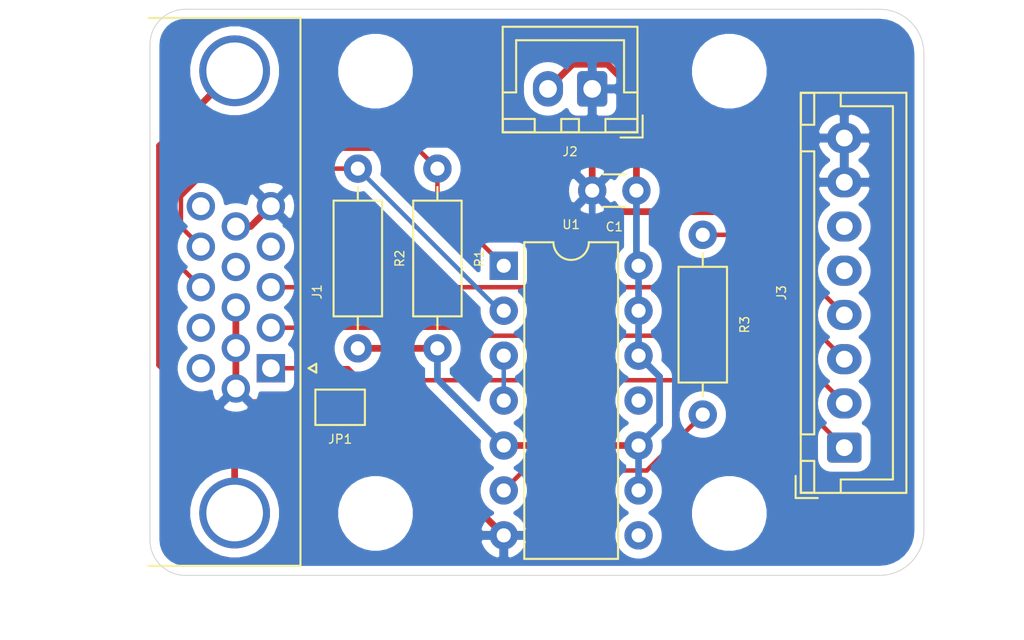
<source format=kicad_pcb>
(kicad_pcb (version 20171130) (host pcbnew "(5.1.9)-1")

  (general
    (thickness 1.6)
    (drawings 22)
    (tracks 79)
    (zones 0)
    (modules 13)
    (nets 21)
  )

  (page A4)
  (layers
    (0 F.Cu signal)
    (31 B.Cu signal)
    (32 B.Adhes user)
    (33 F.Adhes user)
    (34 B.Paste user)
    (35 F.Paste user)
    (36 B.SilkS user)
    (37 F.SilkS user)
    (38 B.Mask user)
    (39 F.Mask user)
    (40 Dwgs.User user)
    (41 Cmts.User user)
    (42 Eco1.User user)
    (43 Eco2.User user)
    (44 Edge.Cuts user)
    (45 Margin user)
    (46 B.CrtYd user)
    (47 F.CrtYd user)
    (48 B.Fab user)
    (49 F.Fab user)
  )

  (setup
    (last_trace_width 0.254)
    (trace_clearance 0.2)
    (zone_clearance 0.508)
    (zone_45_only no)
    (trace_min 0.2)
    (via_size 0.8)
    (via_drill 0.4)
    (via_min_size 0.4)
    (via_min_drill 0.3)
    (uvia_size 0.3)
    (uvia_drill 0.1)
    (uvias_allowed no)
    (uvia_min_size 0.2)
    (uvia_min_drill 0.1)
    (edge_width 0.05)
    (segment_width 0.2)
    (pcb_text_width 0.3)
    (pcb_text_size 1.5 1.5)
    (mod_edge_width 0.12)
    (mod_text_size 1 1)
    (mod_text_width 0.15)
    (pad_size 1.524 1.524)
    (pad_drill 0.762)
    (pad_to_mask_clearance 0)
    (aux_axis_origin 0 0)
    (visible_elements 7FFFFFFF)
    (pcbplotparams
      (layerselection 0x010fc_ffffffff)
      (usegerberextensions false)
      (usegerberattributes true)
      (usegerberadvancedattributes true)
      (creategerberjobfile true)
      (excludeedgelayer true)
      (linewidth 0.100000)
      (plotframeref false)
      (viasonmask false)
      (mode 1)
      (useauxorigin false)
      (hpglpennumber 1)
      (hpglpenspeed 20)
      (hpglpendiameter 15.000000)
      (psnegative false)
      (psa4output false)
      (plotreference true)
      (plotvalue true)
      (plotinvisibletext false)
      (padsonsilk false)
      (subtractmaskfromsilk false)
      (outputformat 1)
      (mirror false)
      (drillshape 1)
      (scaleselection 1)
      (outputdirectory ""))
  )

  (net 0 "")
  (net 1 GND)
  (net 2 +5V)
  (net 3 "Net-(J1-Pad0)")
  (net 4 "Net-(J1-Pad15)")
  (net 5 /VSync)
  (net 6 /HSync)
  (net 7 "Net-(J1-Pad12)")
  (net 8 "Net-(J1-Pad11)")
  (net 9 "Net-(J1-Pad9)")
  (net 10 "Net-(J1-Pad4)")
  (net 11 Blue)
  (net 12 Green)
  (net 13 Red)
  (net 14 "Net-(J3-Pad5)")
  (net 15 "Net-(J3-Pad4)")
  (net 16 /CSync)
  (net 17 "Net-(U1-Pad11)")
  (net 18 "Net-(U1-Pad3)")
  (net 19 "Net-(U1-Pad8)")
  (net 20 "Net-(J3-Pad6)")

  (net_class Default "This is the default net class."
    (clearance 0.2)
    (trace_width 0.254)
    (via_dia 0.8)
    (via_drill 0.4)
    (uvia_dia 0.3)
    (uvia_drill 0.1)
    (add_net /CSync)
    (add_net /HSync)
    (add_net /VSync)
    (add_net Blue)
    (add_net Green)
    (add_net "Net-(J1-Pad11)")
    (add_net "Net-(J1-Pad12)")
    (add_net "Net-(J1-Pad15)")
    (add_net "Net-(J1-Pad4)")
    (add_net "Net-(J1-Pad9)")
    (add_net "Net-(J3-Pad4)")
    (add_net "Net-(J3-Pad5)")
    (add_net "Net-(J3-Pad6)")
    (add_net "Net-(U1-Pad11)")
    (add_net "Net-(U1-Pad3)")
    (add_net "Net-(U1-Pad8)")
    (add_net Red)
  )

  (net_class Power ""
    (clearance 0.2)
    (trace_width 0.381)
    (via_dia 0.8)
    (via_drill 0.4)
    (uvia_dia 0.3)
    (uvia_drill 0.1)
    (add_net +5V)
    (add_net GND)
    (add_net "Net-(J1-Pad0)")
  )

  (module MountingHole:MountingHole_3.2mm_M3 (layer F.Cu) (tedit 56D1B4CB) (tstamp 617BCC0F)
    (at 130 60)
    (descr "Mounting Hole 3.2mm, no annular, M3")
    (tags "mounting hole 3.2mm no annular m3")
    (path /618A904E)
    (attr virtual)
    (fp_text reference H4 (at 0 -4.2) (layer F.SilkS) hide
      (effects (font (size 0.5 0.5) (thickness 0.075)))
    )
    (fp_text value MountingHole (at 0 4.2) (layer F.Fab) hide
      (effects (font (size 0.5 0.5) (thickness 0.075)))
    )
    (fp_circle (center 0 0) (end 3.2 0) (layer Cmts.User) (width 0.15))
    (fp_circle (center 0 0) (end 3.45 0) (layer F.CrtYd) (width 0.05))
    (fp_text user %R (at 0.3 0) (layer F.Fab) hide
      (effects (font (size 0.5 0.5) (thickness 0.075)))
    )
    (pad 1 np_thru_hole circle (at 0 0) (size 3.2 3.2) (drill 3.2) (layers *.Cu *.Mask))
  )

  (module MountingHole:MountingHole_3.2mm_M3 (layer F.Cu) (tedit 56D1B4CB) (tstamp 617BCC07)
    (at 130 85)
    (descr "Mounting Hole 3.2mm, no annular, M3")
    (tags "mounting hole 3.2mm no annular m3")
    (path /618A8B98)
    (attr virtual)
    (fp_text reference H3 (at 0 -4.2) (layer F.SilkS) hide
      (effects (font (size 0.5 0.5) (thickness 0.075)))
    )
    (fp_text value MountingHole (at 0 4.2) (layer F.Fab) hide
      (effects (font (size 0.5 0.5) (thickness 0.075)))
    )
    (fp_circle (center 0 0) (end 3.2 0) (layer Cmts.User) (width 0.15))
    (fp_circle (center 0 0) (end 3.45 0) (layer F.CrtYd) (width 0.05))
    (fp_text user %R (at 0.3 0) (layer F.Fab) hide
      (effects (font (size 0.5 0.5) (thickness 0.075)))
    )
    (pad 1 np_thru_hole circle (at 0 0) (size 3.2 3.2) (drill 3.2) (layers *.Cu *.Mask))
  )

  (module MountingHole:MountingHole_3.2mm_M3 (layer F.Cu) (tedit 56D1B4CB) (tstamp 617BCBFF)
    (at 110 85)
    (descr "Mounting Hole 3.2mm, no annular, M3")
    (tags "mounting hole 3.2mm no annular m3")
    (path /618A6908)
    (attr virtual)
    (fp_text reference H2 (at 0 -4.2) (layer F.SilkS) hide
      (effects (font (size 0.5 0.5) (thickness 0.075)))
    )
    (fp_text value MountingHole (at 0 4.2) (layer F.Fab) hide
      (effects (font (size 0.5 0.5) (thickness 0.075)))
    )
    (fp_circle (center 0 0) (end 3.2 0) (layer Cmts.User) (width 0.15))
    (fp_circle (center 0 0) (end 3.45 0) (layer F.CrtYd) (width 0.05))
    (fp_text user %R (at 0.3 0) (layer F.Fab) hide
      (effects (font (size 0.5 0.5) (thickness 0.075)))
    )
    (pad 1 np_thru_hole circle (at 0 0) (size 3.2 3.2) (drill 3.2) (layers *.Cu *.Mask))
  )

  (module MountingHole:MountingHole_3.2mm_M3 (layer F.Cu) (tedit 56D1B4CB) (tstamp 617BCBF7)
    (at 110 60)
    (descr "Mounting Hole 3.2mm, no annular, M3")
    (tags "mounting hole 3.2mm no annular m3")
    (path /618A8867)
    (attr virtual)
    (fp_text reference H1 (at 0 -4.2) (layer F.SilkS) hide
      (effects (font (size 0.5 0.5) (thickness 0.075)))
    )
    (fp_text value MountingHole (at 0 4.2) (layer F.Fab) hide
      (effects (font (size 0.5 0.5) (thickness 0.075)))
    )
    (fp_circle (center 0 0) (end 3.2 0) (layer Cmts.User) (width 0.15))
    (fp_circle (center 0 0) (end 3.45 0) (layer F.CrtYd) (width 0.05))
    (fp_text user %R (at 0.3 0) (layer F.Fab) hide
      (effects (font (size 0.5 0.5) (thickness 0.075)))
    )
    (pad 1 np_thru_hole circle (at 0 0) (size 3.2 3.2) (drill 3.2) (layers *.Cu *.Mask))
  )

  (module Connector_Dsub:DSUB-15-HD_Female_Horizontal_P2.29x1.98mm_EdgePinOffset3.03mm_Housed_MountingHolesOffset4.94mm (layer F.Cu) (tedit 59FEDEE2) (tstamp 6184BC03)
    (at 104.08666 76.79182 270)
    (descr "15-pin D-Sub connector, horizontal/angled (90 deg), THT-mount, female, pitch 2.29x1.98mm, pin-PCB-offset 3.0300000000000002mm, distance of mounting holes 25mm, distance of mounting holes to PCB edge 4.9399999999999995mm, see https://disti-assets.s3.amazonaws.com/tonar/files/datasheets/16730.pdf")
    (tags "15-pin D-Sub connector horizontal angled 90deg THT female pitch 2.29x1.98mm pin-PCB-offset 3.0300000000000002mm mounting-holes-distance 25mm mounting-hole-offset 25mm")
    (path /617AF535)
    (fp_text reference J1 (at -4.315 -2.61 90) (layer F.SilkS)
      (effects (font (size 0.5 0.5) (thickness 0.075)))
    )
    (fp_text value DB15_Female_HighDensity_MountingHoles (at -4.315 14.89 90) (layer F.Fab)
      (effects (font (size 0.5 0.5) (thickness 0.075)))
    )
    (fp_line (start 11.65 -2.15) (end -20.25 -2.15) (layer F.CrtYd) (width 0.05))
    (fp_line (start 11.65 13.9) (end 11.65 -2.15) (layer F.CrtYd) (width 0.05))
    (fp_line (start -20.25 13.9) (end 11.65 13.9) (layer F.CrtYd) (width 0.05))
    (fp_line (start -20.25 -2.15) (end -20.25 13.9) (layer F.CrtYd) (width 0.05))
    (fp_line (start 0 -2.131325) (end -0.25 -2.564338) (layer F.SilkS) (width 0.12))
    (fp_line (start 0.25 -2.564338) (end 0 -2.131325) (layer F.SilkS) (width 0.12))
    (fp_line (start -0.25 -2.564338) (end 0.25 -2.564338) (layer F.SilkS) (width 0.12))
    (fp_line (start 11.17 -1.67) (end 11.17 6.93) (layer F.SilkS) (width 0.12))
    (fp_line (start -19.8 -1.67) (end 11.17 -1.67) (layer F.SilkS) (width 0.12))
    (fp_line (start -19.8 6.93) (end -19.8 -1.67) (layer F.SilkS) (width 0.12))
    (fp_line (start 9.785 6.99) (end 9.785 2.05) (layer F.Fab) (width 0.1))
    (fp_line (start 6.585 6.99) (end 6.585 2.05) (layer F.Fab) (width 0.1))
    (fp_line (start -15.215 6.99) (end -15.215 2.05) (layer F.Fab) (width 0.1))
    (fp_line (start -18.415 6.99) (end -18.415 2.05) (layer F.Fab) (width 0.1))
    (fp_line (start 10.685 7.39) (end 5.685 7.39) (layer F.Fab) (width 0.1))
    (fp_line (start 10.685 12.39) (end 10.685 7.39) (layer F.Fab) (width 0.1))
    (fp_line (start 5.685 12.39) (end 10.685 12.39) (layer F.Fab) (width 0.1))
    (fp_line (start 5.685 7.39) (end 5.685 12.39) (layer F.Fab) (width 0.1))
    (fp_line (start -14.315 7.39) (end -19.315 7.39) (layer F.Fab) (width 0.1))
    (fp_line (start -14.315 12.39) (end -14.315 7.39) (layer F.Fab) (width 0.1))
    (fp_line (start -19.315 12.39) (end -14.315 12.39) (layer F.Fab) (width 0.1))
    (fp_line (start -19.315 7.39) (end -19.315 12.39) (layer F.Fab) (width 0.1))
    (fp_line (start 3.835 7.39) (end -12.465 7.39) (layer F.Fab) (width 0.1))
    (fp_line (start 3.835 13.39) (end 3.835 7.39) (layer F.Fab) (width 0.1))
    (fp_line (start -12.465 13.39) (end 3.835 13.39) (layer F.Fab) (width 0.1))
    (fp_line (start -12.465 7.39) (end -12.465 13.39) (layer F.Fab) (width 0.1))
    (fp_line (start 11.11 6.99) (end -19.74 6.99) (layer F.Fab) (width 0.1))
    (fp_line (start 11.11 7.39) (end 11.11 6.99) (layer F.Fab) (width 0.1))
    (fp_line (start -19.74 7.39) (end 11.11 7.39) (layer F.Fab) (width 0.1))
    (fp_line (start -19.74 6.99) (end -19.74 7.39) (layer F.Fab) (width 0.1))
    (fp_line (start 11.11 -1.61) (end -19.74 -1.61) (layer F.Fab) (width 0.1))
    (fp_line (start 11.11 6.99) (end 11.11 -1.61) (layer F.Fab) (width 0.1))
    (fp_line (start -19.74 6.99) (end 11.11 6.99) (layer F.Fab) (width 0.1))
    (fp_line (start -19.74 -1.61) (end -19.74 6.99) (layer F.Fab) (width 0.1))
    (fp_arc (start -16.815 2.05) (end -18.415 2.05) (angle 180) (layer F.Fab) (width 0.1))
    (fp_arc (start 8.185 2.05) (end 6.585 2.05) (angle 180) (layer F.Fab) (width 0.1))
    (fp_text user %R (at -4.315 10.39 90) (layer F.Fab)
      (effects (font (size 0.5 0.5) (thickness 0.075)))
    )
    (pad 1 thru_hole rect (at 0 0 270) (size 1.6 1.6) (drill 1) (layers *.Cu *.Mask)
      (net 13 Red))
    (pad 2 thru_hole circle (at -2.29 0 270) (size 1.6 1.6) (drill 1) (layers *.Cu *.Mask)
      (net 12 Green))
    (pad 3 thru_hole circle (at -4.58 0 270) (size 1.6 1.6) (drill 1) (layers *.Cu *.Mask)
      (net 11 Blue))
    (pad 4 thru_hole circle (at -6.87 0 270) (size 1.6 1.6) (drill 1) (layers *.Cu *.Mask)
      (net 10 "Net-(J1-Pad4)"))
    (pad 5 thru_hole circle (at -9.16 0 270) (size 1.6 1.6) (drill 1) (layers *.Cu *.Mask)
      (net 1 GND))
    (pad 6 thru_hole circle (at 1.145 1.98 270) (size 1.6 1.6) (drill 1) (layers *.Cu *.Mask)
      (net 1 GND))
    (pad 7 thru_hole circle (at -1.145 1.98 270) (size 1.6 1.6) (drill 1) (layers *.Cu *.Mask)
      (net 1 GND))
    (pad 8 thru_hole circle (at -3.435 1.98 270) (size 1.6 1.6) (drill 1) (layers *.Cu *.Mask)
      (net 1 GND))
    (pad 9 thru_hole circle (at -5.725 1.98 270) (size 1.6 1.6) (drill 1) (layers *.Cu *.Mask)
      (net 9 "Net-(J1-Pad9)"))
    (pad 10 thru_hole circle (at -8.015 1.98 270) (size 1.6 1.6) (drill 1) (layers *.Cu *.Mask)
      (net 1 GND))
    (pad 11 thru_hole circle (at 0 3.96 270) (size 1.6 1.6) (drill 1) (layers *.Cu *.Mask)
      (net 8 "Net-(J1-Pad11)"))
    (pad 12 thru_hole circle (at -2.29 3.96 270) (size 1.6 1.6) (drill 1) (layers *.Cu *.Mask)
      (net 7 "Net-(J1-Pad12)"))
    (pad 13 thru_hole circle (at -4.58 3.96 270) (size 1.6 1.6) (drill 1) (layers *.Cu *.Mask)
      (net 6 /HSync))
    (pad 14 thru_hole circle (at -6.87 3.96 270) (size 1.6 1.6) (drill 1) (layers *.Cu *.Mask)
      (net 5 /VSync))
    (pad 15 thru_hole circle (at -9.16 3.96 270) (size 1.6 1.6) (drill 1) (layers *.Cu *.Mask)
      (net 4 "Net-(J1-Pad15)"))
    (pad 0 thru_hole circle (at -16.815 2.05 270) (size 4 4) (drill 3.2) (layers *.Cu *.Mask)
      (net 3 "Net-(J1-Pad0)"))
    (pad 0 thru_hole circle (at 8.185 2.05 270) (size 4 4) (drill 3.2) (layers *.Cu *.Mask)
      (net 3 "Net-(J1-Pad0)"))
    (model ${KISYS3DMOD}/Connector_Dsub.3dshapes/DSUB-15-HD_Female_Horizontal_P2.29x1.98mm_EdgePinOffset3.03mm_Housed_MountingHolesOffset4.94mm.wrl
      (at (xyz 0 0 0))
      (scale (xyz 1 1 1))
      (rotate (xyz 0 0 0))
    )
  )

  (module Package_DIP:DIP-14_W7.62mm (layer F.Cu) (tedit 5A02E8C5) (tstamp 617B9516)
    (at 117.25 71)
    (descr "14-lead though-hole mounted DIP package, row spacing 7.62 mm (300 mils)")
    (tags "THT DIP DIL PDIP 2.54mm 7.62mm 300mil")
    (path /617B8B9C)
    (fp_text reference U1 (at 3.81 -2.33) (layer F.SilkS)
      (effects (font (size 0.5 0.5) (thickness 0.075)))
    )
    (fp_text value 74LS86 (at 3.81 17.57) (layer F.Fab)
      (effects (font (size 0.5 0.5) (thickness 0.075)))
    )
    (fp_line (start 1.635 -1.27) (end 6.985 -1.27) (layer F.Fab) (width 0.1))
    (fp_line (start 6.985 -1.27) (end 6.985 16.51) (layer F.Fab) (width 0.1))
    (fp_line (start 6.985 16.51) (end 0.635 16.51) (layer F.Fab) (width 0.1))
    (fp_line (start 0.635 16.51) (end 0.635 -0.27) (layer F.Fab) (width 0.1))
    (fp_line (start 0.635 -0.27) (end 1.635 -1.27) (layer F.Fab) (width 0.1))
    (fp_line (start 2.81 -1.33) (end 1.16 -1.33) (layer F.SilkS) (width 0.12))
    (fp_line (start 1.16 -1.33) (end 1.16 16.57) (layer F.SilkS) (width 0.12))
    (fp_line (start 1.16 16.57) (end 6.46 16.57) (layer F.SilkS) (width 0.12))
    (fp_line (start 6.46 16.57) (end 6.46 -1.33) (layer F.SilkS) (width 0.12))
    (fp_line (start 6.46 -1.33) (end 4.81 -1.33) (layer F.SilkS) (width 0.12))
    (fp_line (start -1.1 -1.55) (end -1.1 16.8) (layer F.CrtYd) (width 0.05))
    (fp_line (start -1.1 16.8) (end 8.7 16.8) (layer F.CrtYd) (width 0.05))
    (fp_line (start 8.7 16.8) (end 8.7 -1.55) (layer F.CrtYd) (width 0.05))
    (fp_line (start 8.7 -1.55) (end -1.1 -1.55) (layer F.CrtYd) (width 0.05))
    (fp_text user %R (at 3.81 7.62) (layer F.Fab)
      (effects (font (size 0.5 0.5) (thickness 0.075)))
    )
    (fp_arc (start 3.81 -1.33) (end 2.81 -1.33) (angle -180) (layer F.SilkS) (width 0.12))
    (pad 14 thru_hole oval (at 7.62 0) (size 1.6 1.6) (drill 0.8) (layers *.Cu *.Mask)
      (net 2 +5V))
    (pad 7 thru_hole oval (at 0 15.24) (size 1.6 1.6) (drill 0.8) (layers *.Cu *.Mask)
      (net 1 GND))
    (pad 13 thru_hole oval (at 7.62 2.54) (size 1.6 1.6) (drill 0.8) (layers *.Cu *.Mask)
      (net 2 +5V))
    (pad 6 thru_hole oval (at 0 12.7) (size 1.6 1.6) (drill 0.8) (layers *.Cu *.Mask)
      (net 16 /CSync))
    (pad 12 thru_hole oval (at 7.62 5.08) (size 1.6 1.6) (drill 0.8) (layers *.Cu *.Mask)
      (net 2 +5V))
    (pad 5 thru_hole oval (at 0 10.16) (size 1.6 1.6) (drill 0.8) (layers *.Cu *.Mask)
      (net 2 +5V))
    (pad 11 thru_hole oval (at 7.62 7.62) (size 1.6 1.6) (drill 0.8) (layers *.Cu *.Mask)
      (net 17 "Net-(U1-Pad11)"))
    (pad 4 thru_hole oval (at 0 7.62) (size 1.6 1.6) (drill 0.8) (layers *.Cu *.Mask)
      (net 18 "Net-(U1-Pad3)"))
    (pad 10 thru_hole oval (at 7.62 10.16) (size 1.6 1.6) (drill 0.8) (layers *.Cu *.Mask)
      (net 2 +5V))
    (pad 3 thru_hole oval (at 0 5.08) (size 1.6 1.6) (drill 0.8) (layers *.Cu *.Mask)
      (net 18 "Net-(U1-Pad3)"))
    (pad 9 thru_hole oval (at 7.62 12.7) (size 1.6 1.6) (drill 0.8) (layers *.Cu *.Mask)
      (net 2 +5V))
    (pad 2 thru_hole oval (at 0 2.54) (size 1.6 1.6) (drill 0.8) (layers *.Cu *.Mask)
      (net 5 /VSync))
    (pad 8 thru_hole oval (at 7.62 15.24) (size 1.6 1.6) (drill 0.8) (layers *.Cu *.Mask)
      (net 19 "Net-(U1-Pad8)"))
    (pad 1 thru_hole rect (at 0 0) (size 1.6 1.6) (drill 0.8) (layers *.Cu *.Mask)
      (net 6 /HSync))
    (model ${KISYS3DMOD}/Package_DIP.3dshapes/DIP-14_W7.62mm.wrl
      (at (xyz 0 0 0))
      (scale (xyz 1 1 1))
      (rotate (xyz 0 0 0))
    )
  )

  (module Resistor_THT:R_Axial_DIN0207_L6.3mm_D2.5mm_P10.16mm_Horizontal (layer F.Cu) (tedit 5AE5139B) (tstamp 617B94F4)
    (at 128.5 69.25 270)
    (descr "Resistor, Axial_DIN0207 series, Axial, Horizontal, pin pitch=10.16mm, 0.25W = 1/4W, length*diameter=6.3*2.5mm^2, http://cdn-reichelt.de/documents/datenblatt/B400/1_4W%23YAG.pdf")
    (tags "Resistor Axial_DIN0207 series Axial Horizontal pin pitch 10.16mm 0.25W = 1/4W length 6.3mm diameter 2.5mm")
    (path /617F445A)
    (fp_text reference R3 (at 5.08 -2.37 90) (layer F.SilkS)
      (effects (font (size 0.5 0.5) (thickness 0.075)))
    )
    (fp_text value 470Ohm (at 5.08 2.37 90) (layer F.Fab)
      (effects (font (size 0.5 0.5) (thickness 0.075)))
    )
    (fp_line (start 1.93 -1.25) (end 1.93 1.25) (layer F.Fab) (width 0.1))
    (fp_line (start 1.93 1.25) (end 8.23 1.25) (layer F.Fab) (width 0.1))
    (fp_line (start 8.23 1.25) (end 8.23 -1.25) (layer F.Fab) (width 0.1))
    (fp_line (start 8.23 -1.25) (end 1.93 -1.25) (layer F.Fab) (width 0.1))
    (fp_line (start 0 0) (end 1.93 0) (layer F.Fab) (width 0.1))
    (fp_line (start 10.16 0) (end 8.23 0) (layer F.Fab) (width 0.1))
    (fp_line (start 1.81 -1.37) (end 1.81 1.37) (layer F.SilkS) (width 0.12))
    (fp_line (start 1.81 1.37) (end 8.35 1.37) (layer F.SilkS) (width 0.12))
    (fp_line (start 8.35 1.37) (end 8.35 -1.37) (layer F.SilkS) (width 0.12))
    (fp_line (start 8.35 -1.37) (end 1.81 -1.37) (layer F.SilkS) (width 0.12))
    (fp_line (start 1.04 0) (end 1.81 0) (layer F.SilkS) (width 0.12))
    (fp_line (start 9.12 0) (end 8.35 0) (layer F.SilkS) (width 0.12))
    (fp_line (start -1.05 -1.5) (end -1.05 1.5) (layer F.CrtYd) (width 0.05))
    (fp_line (start -1.05 1.5) (end 11.21 1.5) (layer F.CrtYd) (width 0.05))
    (fp_line (start 11.21 1.5) (end 11.21 -1.5) (layer F.CrtYd) (width 0.05))
    (fp_line (start 11.21 -1.5) (end -1.05 -1.5) (layer F.CrtYd) (width 0.05))
    (fp_text user %R (at 5.08 0 90) (layer F.Fab)
      (effects (font (size 0.5 0.5) (thickness 0.075)))
    )
    (pad 2 thru_hole oval (at 10.16 0 270) (size 1.6 1.6) (drill 0.8) (layers *.Cu *.Mask)
      (net 16 /CSync))
    (pad 1 thru_hole circle (at 0 0 270) (size 1.6 1.6) (drill 0.8) (layers *.Cu *.Mask)
      (net 15 "Net-(J3-Pad4)"))
    (model ${KISYS3DMOD}/Resistor_THT.3dshapes/R_Axial_DIN0207_L6.3mm_D2.5mm_P10.16mm_Horizontal.wrl
      (at (xyz 0 0 0))
      (scale (xyz 1 1 1))
      (rotate (xyz 0 0 0))
    )
  )

  (module Resistor_THT:R_Axial_DIN0207_L6.3mm_D2.5mm_P10.16mm_Horizontal (layer F.Cu) (tedit 5AE5139B) (tstamp 617B94DD)
    (at 109 65.508 270)
    (descr "Resistor, Axial_DIN0207 series, Axial, Horizontal, pin pitch=10.16mm, 0.25W = 1/4W, length*diameter=6.3*2.5mm^2, http://cdn-reichelt.de/documents/datenblatt/B400/1_4W%23YAG.pdf")
    (tags "Resistor Axial_DIN0207 series Axial Horizontal pin pitch 10.16mm 0.25W = 1/4W length 6.3mm diameter 2.5mm")
    (path /617C4DEA)
    (fp_text reference R2 (at 5.08 -2.37 90) (layer F.SilkS)
      (effects (font (size 0.5 0.5) (thickness 0.075)))
    )
    (fp_text value 10k (at 5.08 2.37 90) (layer F.Fab)
      (effects (font (size 0.5 0.5) (thickness 0.075)))
    )
    (fp_line (start 1.93 -1.25) (end 1.93 1.25) (layer F.Fab) (width 0.1))
    (fp_line (start 1.93 1.25) (end 8.23 1.25) (layer F.Fab) (width 0.1))
    (fp_line (start 8.23 1.25) (end 8.23 -1.25) (layer F.Fab) (width 0.1))
    (fp_line (start 8.23 -1.25) (end 1.93 -1.25) (layer F.Fab) (width 0.1))
    (fp_line (start 0 0) (end 1.93 0) (layer F.Fab) (width 0.1))
    (fp_line (start 10.16 0) (end 8.23 0) (layer F.Fab) (width 0.1))
    (fp_line (start 1.81 -1.37) (end 1.81 1.37) (layer F.SilkS) (width 0.12))
    (fp_line (start 1.81 1.37) (end 8.35 1.37) (layer F.SilkS) (width 0.12))
    (fp_line (start 8.35 1.37) (end 8.35 -1.37) (layer F.SilkS) (width 0.12))
    (fp_line (start 8.35 -1.37) (end 1.81 -1.37) (layer F.SilkS) (width 0.12))
    (fp_line (start 1.04 0) (end 1.81 0) (layer F.SilkS) (width 0.12))
    (fp_line (start 9.12 0) (end 8.35 0) (layer F.SilkS) (width 0.12))
    (fp_line (start -1.05 -1.5) (end -1.05 1.5) (layer F.CrtYd) (width 0.05))
    (fp_line (start -1.05 1.5) (end 11.21 1.5) (layer F.CrtYd) (width 0.05))
    (fp_line (start 11.21 1.5) (end 11.21 -1.5) (layer F.CrtYd) (width 0.05))
    (fp_line (start 11.21 -1.5) (end -1.05 -1.5) (layer F.CrtYd) (width 0.05))
    (fp_text user %R (at 5.08 0 90) (layer F.Fab)
      (effects (font (size 0.5 0.5) (thickness 0.075)))
    )
    (pad 2 thru_hole oval (at 10.16 0 270) (size 1.6 1.6) (drill 0.8) (layers *.Cu *.Mask)
      (net 2 +5V))
    (pad 1 thru_hole circle (at 0 0 270) (size 1.6 1.6) (drill 0.8) (layers *.Cu *.Mask)
      (net 5 /VSync))
    (model ${KISYS3DMOD}/Resistor_THT.3dshapes/R_Axial_DIN0207_L6.3mm_D2.5mm_P10.16mm_Horizontal.wrl
      (at (xyz 0 0 0))
      (scale (xyz 1 1 1))
      (rotate (xyz 0 0 0))
    )
  )

  (module Resistor_THT:R_Axial_DIN0207_L6.3mm_D2.5mm_P10.16mm_Horizontal (layer F.Cu) (tedit 5AE5139B) (tstamp 617B9AD1)
    (at 113.5 65.508 270)
    (descr "Resistor, Axial_DIN0207 series, Axial, Horizontal, pin pitch=10.16mm, 0.25W = 1/4W, length*diameter=6.3*2.5mm^2, http://cdn-reichelt.de/documents/datenblatt/B400/1_4W%23YAG.pdf")
    (tags "Resistor Axial_DIN0207 series Axial Horizontal pin pitch 10.16mm 0.25W = 1/4W length 6.3mm diameter 2.5mm")
    (path /617C3DD7)
    (fp_text reference R1 (at 5.08 -2.37 90) (layer F.SilkS)
      (effects (font (size 0.5 0.5) (thickness 0.075)))
    )
    (fp_text value 10k (at 5.08 2.37 90) (layer F.Fab)
      (effects (font (size 0.5 0.5) (thickness 0.075)))
    )
    (fp_line (start 1.93 -1.25) (end 1.93 1.25) (layer F.Fab) (width 0.1))
    (fp_line (start 1.93 1.25) (end 8.23 1.25) (layer F.Fab) (width 0.1))
    (fp_line (start 8.23 1.25) (end 8.23 -1.25) (layer F.Fab) (width 0.1))
    (fp_line (start 8.23 -1.25) (end 1.93 -1.25) (layer F.Fab) (width 0.1))
    (fp_line (start 0 0) (end 1.93 0) (layer F.Fab) (width 0.1))
    (fp_line (start 10.16 0) (end 8.23 0) (layer F.Fab) (width 0.1))
    (fp_line (start 1.81 -1.37) (end 1.81 1.37) (layer F.SilkS) (width 0.12))
    (fp_line (start 1.81 1.37) (end 8.35 1.37) (layer F.SilkS) (width 0.12))
    (fp_line (start 8.35 1.37) (end 8.35 -1.37) (layer F.SilkS) (width 0.12))
    (fp_line (start 8.35 -1.37) (end 1.81 -1.37) (layer F.SilkS) (width 0.12))
    (fp_line (start 1.04 0) (end 1.81 0) (layer F.SilkS) (width 0.12))
    (fp_line (start 9.12 0) (end 8.35 0) (layer F.SilkS) (width 0.12))
    (fp_line (start -1.05 -1.5) (end -1.05 1.5) (layer F.CrtYd) (width 0.05))
    (fp_line (start -1.05 1.5) (end 11.21 1.5) (layer F.CrtYd) (width 0.05))
    (fp_line (start 11.21 1.5) (end 11.21 -1.5) (layer F.CrtYd) (width 0.05))
    (fp_line (start 11.21 -1.5) (end -1.05 -1.5) (layer F.CrtYd) (width 0.05))
    (fp_text user %R (at 5.08 0 90) (layer F.Fab)
      (effects (font (size 0.5 0.5) (thickness 0.075)))
    )
    (pad 2 thru_hole oval (at 10.16 0 270) (size 1.6 1.6) (drill 0.8) (layers *.Cu *.Mask)
      (net 2 +5V))
    (pad 1 thru_hole circle (at 0 0 270) (size 1.6 1.6) (drill 0.8) (layers *.Cu *.Mask)
      (net 6 /HSync))
    (model ${KISYS3DMOD}/Resistor_THT.3dshapes/R_Axial_DIN0207_L6.3mm_D2.5mm_P10.16mm_Horizontal.wrl
      (at (xyz 0 0 0))
      (scale (xyz 1 1 1))
      (rotate (xyz 0 0 0))
    )
  )

  (module Jumper:SolderJumper-2_P1.3mm_Bridged_Pad1.0x1.5mm (layer F.Cu) (tedit 5C756AB2) (tstamp 617B94AF)
    (at 108 79 180)
    (descr "SMD Solder Jumper, 1x1.5mm Pads, 0.3mm gap, bridged with 1 copper strip")
    (tags "solder jumper open")
    (path /617C9602)
    (attr virtual)
    (fp_text reference JP1 (at 0 -1.8) (layer F.SilkS)
      (effects (font (size 0.5 0.5) (thickness 0.075)))
    )
    (fp_text value SolderJumper_2_Bridged (at 0 1.9) (layer F.Fab)
      (effects (font (size 0.5 0.5) (thickness 0.075)))
    )
    (fp_line (start -1.4 1) (end -1.4 -1) (layer F.SilkS) (width 0.12))
    (fp_line (start 1.4 1) (end -1.4 1) (layer F.SilkS) (width 0.12))
    (fp_line (start 1.4 -1) (end 1.4 1) (layer F.SilkS) (width 0.12))
    (fp_line (start -1.4 -1) (end 1.4 -1) (layer F.SilkS) (width 0.12))
    (fp_line (start -1.65 -1.25) (end 1.65 -1.25) (layer F.CrtYd) (width 0.05))
    (fp_line (start -1.65 -1.25) (end -1.65 1.25) (layer F.CrtYd) (width 0.05))
    (fp_line (start 1.65 1.25) (end 1.65 -1.25) (layer F.CrtYd) (width 0.05))
    (fp_line (start 1.65 1.25) (end -1.65 1.25) (layer F.CrtYd) (width 0.05))
    (fp_poly (pts (xy -0.25 -0.3) (xy 0.25 -0.3) (xy 0.25 0.3) (xy -0.25 0.3)) (layer F.Cu) (width 0))
    (pad 2 smd rect (at 0.65 0 180) (size 1 1.5) (layers F.Cu F.Mask)
      (net 3 "Net-(J1-Pad0)"))
    (pad 1 smd rect (at -0.65 0 180) (size 1 1.5) (layers F.Cu F.Mask)
      (net 1 GND))
  )

  (module Connector_JST:JST_XH_B8B-XH-A_1x08_P2.50mm_Vertical (layer F.Cu) (tedit 5C28146C) (tstamp 617B94A0)
    (at 136.5 81.28 90)
    (descr "JST XH series connector, B8B-XH-A (http://www.jst-mfg.com/product/pdf/eng/eXH.pdf), generated with kicad-footprint-generator")
    (tags "connector JST XH vertical")
    (path /617E9E1B)
    (fp_text reference J3 (at 8.75 -3.55 90) (layer F.SilkS)
      (effects (font (size 0.5 0.5) (thickness 0.075)))
    )
    (fp_text value JST-XH (at 8.75 4.6 90) (layer F.Fab)
      (effects (font (size 0.5 0.5) (thickness 0.075)))
    )
    (fp_line (start -2.45 -2.35) (end -2.45 3.4) (layer F.Fab) (width 0.1))
    (fp_line (start -2.45 3.4) (end 19.95 3.4) (layer F.Fab) (width 0.1))
    (fp_line (start 19.95 3.4) (end 19.95 -2.35) (layer F.Fab) (width 0.1))
    (fp_line (start 19.95 -2.35) (end -2.45 -2.35) (layer F.Fab) (width 0.1))
    (fp_line (start -2.56 -2.46) (end -2.56 3.51) (layer F.SilkS) (width 0.12))
    (fp_line (start -2.56 3.51) (end 20.06 3.51) (layer F.SilkS) (width 0.12))
    (fp_line (start 20.06 3.51) (end 20.06 -2.46) (layer F.SilkS) (width 0.12))
    (fp_line (start 20.06 -2.46) (end -2.56 -2.46) (layer F.SilkS) (width 0.12))
    (fp_line (start -2.95 -2.85) (end -2.95 3.9) (layer F.CrtYd) (width 0.05))
    (fp_line (start -2.95 3.9) (end 20.45 3.9) (layer F.CrtYd) (width 0.05))
    (fp_line (start 20.45 3.9) (end 20.45 -2.85) (layer F.CrtYd) (width 0.05))
    (fp_line (start 20.45 -2.85) (end -2.95 -2.85) (layer F.CrtYd) (width 0.05))
    (fp_line (start -0.625 -2.35) (end 0 -1.35) (layer F.Fab) (width 0.1))
    (fp_line (start 0 -1.35) (end 0.625 -2.35) (layer F.Fab) (width 0.1))
    (fp_line (start 0.75 -2.45) (end 0.75 -1.7) (layer F.SilkS) (width 0.12))
    (fp_line (start 0.75 -1.7) (end 16.75 -1.7) (layer F.SilkS) (width 0.12))
    (fp_line (start 16.75 -1.7) (end 16.75 -2.45) (layer F.SilkS) (width 0.12))
    (fp_line (start 16.75 -2.45) (end 0.75 -2.45) (layer F.SilkS) (width 0.12))
    (fp_line (start -2.55 -2.45) (end -2.55 -1.7) (layer F.SilkS) (width 0.12))
    (fp_line (start -2.55 -1.7) (end -0.75 -1.7) (layer F.SilkS) (width 0.12))
    (fp_line (start -0.75 -1.7) (end -0.75 -2.45) (layer F.SilkS) (width 0.12))
    (fp_line (start -0.75 -2.45) (end -2.55 -2.45) (layer F.SilkS) (width 0.12))
    (fp_line (start 18.25 -2.45) (end 18.25 -1.7) (layer F.SilkS) (width 0.12))
    (fp_line (start 18.25 -1.7) (end 20.05 -1.7) (layer F.SilkS) (width 0.12))
    (fp_line (start 20.05 -1.7) (end 20.05 -2.45) (layer F.SilkS) (width 0.12))
    (fp_line (start 20.05 -2.45) (end 18.25 -2.45) (layer F.SilkS) (width 0.12))
    (fp_line (start -2.55 -0.2) (end -1.8 -0.2) (layer F.SilkS) (width 0.12))
    (fp_line (start -1.8 -0.2) (end -1.8 2.75) (layer F.SilkS) (width 0.12))
    (fp_line (start -1.8 2.75) (end 8.75 2.75) (layer F.SilkS) (width 0.12))
    (fp_line (start 20.05 -0.2) (end 19.3 -0.2) (layer F.SilkS) (width 0.12))
    (fp_line (start 19.3 -0.2) (end 19.3 2.75) (layer F.SilkS) (width 0.12))
    (fp_line (start 19.3 2.75) (end 8.75 2.75) (layer F.SilkS) (width 0.12))
    (fp_line (start -1.6 -2.75) (end -2.85 -2.75) (layer F.SilkS) (width 0.12))
    (fp_line (start -2.85 -2.75) (end -2.85 -1.5) (layer F.SilkS) (width 0.12))
    (fp_text user %R (at 8.75 2.7 90) (layer F.Fab)
      (effects (font (size 0.5 0.5) (thickness 0.075)))
    )
    (pad 8 thru_hole oval (at 17.5 0 90) (size 1.7 1.95) (drill 0.95) (layers *.Cu *.Mask)
      (net 1 GND))
    (pad 7 thru_hole oval (at 15 0 90) (size 1.7 1.95) (drill 0.95) (layers *.Cu *.Mask)
      (net 1 GND))
    (pad 6 thru_hole oval (at 12.5 0 90) (size 1.7 1.95) (drill 0.95) (layers *.Cu *.Mask)
      (net 20 "Net-(J3-Pad6)"))
    (pad 5 thru_hole oval (at 10 0 90) (size 1.7 1.95) (drill 0.95) (layers *.Cu *.Mask)
      (net 14 "Net-(J3-Pad5)"))
    (pad 4 thru_hole oval (at 7.5 0 90) (size 1.7 1.95) (drill 0.95) (layers *.Cu *.Mask)
      (net 15 "Net-(J3-Pad4)"))
    (pad 3 thru_hole oval (at 5 0 90) (size 1.7 1.95) (drill 0.95) (layers *.Cu *.Mask)
      (net 11 Blue))
    (pad 2 thru_hole oval (at 2.5 0 90) (size 1.7 1.95) (drill 0.95) (layers *.Cu *.Mask)
      (net 12 Green))
    (pad 1 thru_hole roundrect (at 0 0 90) (size 1.7 1.95) (drill 0.95) (layers *.Cu *.Mask) (roundrect_rratio 0.147059)
      (net 13 Red))
    (model ${KISYS3DMOD}/Connector_JST.3dshapes/JST_XH_B8B-XH-A_1x08_P2.50mm_Vertical.wrl
      (at (xyz 0 0 0))
      (scale (xyz 1 1 1))
      (rotate (xyz 0 0 0))
    )
  )

  (module Connector_JST:JST_XH_B2B-XH-A_1x02_P2.50mm_Vertical (layer F.Cu) (tedit 5C28146C) (tstamp 617B9471)
    (at 122.25 61 180)
    (descr "JST XH series connector, B2B-XH-A (http://www.jst-mfg.com/product/pdf/eng/eXH.pdf), generated with kicad-footprint-generator")
    (tags "connector JST XH vertical")
    (path /617E7B6B)
    (fp_text reference J2 (at 1.25 -3.55) (layer F.SilkS)
      (effects (font (size 0.5 0.5) (thickness 0.075)))
    )
    (fp_text value JST-XH (at 1.25 4.6) (layer F.Fab)
      (effects (font (size 0.5 0.5) (thickness 0.075)))
    )
    (fp_line (start -2.45 -2.35) (end -2.45 3.4) (layer F.Fab) (width 0.1))
    (fp_line (start -2.45 3.4) (end 4.95 3.4) (layer F.Fab) (width 0.1))
    (fp_line (start 4.95 3.4) (end 4.95 -2.35) (layer F.Fab) (width 0.1))
    (fp_line (start 4.95 -2.35) (end -2.45 -2.35) (layer F.Fab) (width 0.1))
    (fp_line (start -2.56 -2.46) (end -2.56 3.51) (layer F.SilkS) (width 0.12))
    (fp_line (start -2.56 3.51) (end 5.06 3.51) (layer F.SilkS) (width 0.12))
    (fp_line (start 5.06 3.51) (end 5.06 -2.46) (layer F.SilkS) (width 0.12))
    (fp_line (start 5.06 -2.46) (end -2.56 -2.46) (layer F.SilkS) (width 0.12))
    (fp_line (start -2.95 -2.85) (end -2.95 3.9) (layer F.CrtYd) (width 0.05))
    (fp_line (start -2.95 3.9) (end 5.45 3.9) (layer F.CrtYd) (width 0.05))
    (fp_line (start 5.45 3.9) (end 5.45 -2.85) (layer F.CrtYd) (width 0.05))
    (fp_line (start 5.45 -2.85) (end -2.95 -2.85) (layer F.CrtYd) (width 0.05))
    (fp_line (start -0.625 -2.35) (end 0 -1.35) (layer F.Fab) (width 0.1))
    (fp_line (start 0 -1.35) (end 0.625 -2.35) (layer F.Fab) (width 0.1))
    (fp_line (start 0.75 -2.45) (end 0.75 -1.7) (layer F.SilkS) (width 0.12))
    (fp_line (start 0.75 -1.7) (end 1.75 -1.7) (layer F.SilkS) (width 0.12))
    (fp_line (start 1.75 -1.7) (end 1.75 -2.45) (layer F.SilkS) (width 0.12))
    (fp_line (start 1.75 -2.45) (end 0.75 -2.45) (layer F.SilkS) (width 0.12))
    (fp_line (start -2.55 -2.45) (end -2.55 -1.7) (layer F.SilkS) (width 0.12))
    (fp_line (start -2.55 -1.7) (end -0.75 -1.7) (layer F.SilkS) (width 0.12))
    (fp_line (start -0.75 -1.7) (end -0.75 -2.45) (layer F.SilkS) (width 0.12))
    (fp_line (start -0.75 -2.45) (end -2.55 -2.45) (layer F.SilkS) (width 0.12))
    (fp_line (start 3.25 -2.45) (end 3.25 -1.7) (layer F.SilkS) (width 0.12))
    (fp_line (start 3.25 -1.7) (end 5.05 -1.7) (layer F.SilkS) (width 0.12))
    (fp_line (start 5.05 -1.7) (end 5.05 -2.45) (layer F.SilkS) (width 0.12))
    (fp_line (start 5.05 -2.45) (end 3.25 -2.45) (layer F.SilkS) (width 0.12))
    (fp_line (start -2.55 -0.2) (end -1.8 -0.2) (layer F.SilkS) (width 0.12))
    (fp_line (start -1.8 -0.2) (end -1.8 2.75) (layer F.SilkS) (width 0.12))
    (fp_line (start -1.8 2.75) (end 1.25 2.75) (layer F.SilkS) (width 0.12))
    (fp_line (start 5.05 -0.2) (end 4.3 -0.2) (layer F.SilkS) (width 0.12))
    (fp_line (start 4.3 -0.2) (end 4.3 2.75) (layer F.SilkS) (width 0.12))
    (fp_line (start 4.3 2.75) (end 1.25 2.75) (layer F.SilkS) (width 0.12))
    (fp_line (start -1.6 -2.75) (end -2.85 -2.75) (layer F.SilkS) (width 0.12))
    (fp_line (start -2.85 -2.75) (end -2.85 -1.5) (layer F.SilkS) (width 0.12))
    (fp_text user %R (at 1.25 2.7) (layer F.Fab)
      (effects (font (size 0.5 0.5) (thickness 0.075)))
    )
    (pad 2 thru_hole oval (at 2.5 0 180) (size 1.7 2) (drill 1) (layers *.Cu *.Mask)
      (net 2 +5V))
    (pad 1 thru_hole roundrect (at 0 0 180) (size 1.7 2) (drill 1) (layers *.Cu *.Mask) (roundrect_rratio 0.147059)
      (net 1 GND))
    (model ${KISYS3DMOD}/Connector_JST.3dshapes/JST_XH_B2B-XH-A_1x02_P2.50mm_Vertical.wrl
      (at (xyz 0 0 0))
      (scale (xyz 1 1 1))
      (rotate (xyz 0 0 0))
    )
  )

  (module Capacitor_THT:C_Disc_D3.0mm_W1.6mm_P2.50mm (layer F.Cu) (tedit 5AE50EF0) (tstamp 617B9BF8)
    (at 124.75 66.75 180)
    (descr "C, Disc series, Radial, pin pitch=2.50mm, , diameter*width=3.0*1.6mm^2, Capacitor, http://www.vishay.com/docs/45233/krseries.pdf")
    (tags "C Disc series Radial pin pitch 2.50mm  diameter 3.0mm width 1.6mm Capacitor")
    (path /617BBB08)
    (fp_text reference C1 (at 1.25 -2.05) (layer F.SilkS)
      (effects (font (size 0.5 0.5) (thickness 0.075)))
    )
    (fp_text value 0.1uF (at 1.25 2.05) (layer F.Fab)
      (effects (font (size 0.5 0.5) (thickness 0.075)))
    )
    (fp_line (start -0.25 -0.8) (end -0.25 0.8) (layer F.Fab) (width 0.1))
    (fp_line (start -0.25 0.8) (end 2.75 0.8) (layer F.Fab) (width 0.1))
    (fp_line (start 2.75 0.8) (end 2.75 -0.8) (layer F.Fab) (width 0.1))
    (fp_line (start 2.75 -0.8) (end -0.25 -0.8) (layer F.Fab) (width 0.1))
    (fp_line (start 0.621 -0.92) (end 1.879 -0.92) (layer F.SilkS) (width 0.12))
    (fp_line (start 0.621 0.92) (end 1.879 0.92) (layer F.SilkS) (width 0.12))
    (fp_line (start -1.05 -1.05) (end -1.05 1.05) (layer F.CrtYd) (width 0.05))
    (fp_line (start -1.05 1.05) (end 3.55 1.05) (layer F.CrtYd) (width 0.05))
    (fp_line (start 3.55 1.05) (end 3.55 -1.05) (layer F.CrtYd) (width 0.05))
    (fp_line (start 3.55 -1.05) (end -1.05 -1.05) (layer F.CrtYd) (width 0.05))
    (fp_text user %R (at 1.25 0) (layer F.Fab)
      (effects (font (size 0.5 0.5) (thickness 0.075)))
    )
    (pad 2 thru_hole circle (at 2.5 0 180) (size 1.6 1.6) (drill 0.8) (layers *.Cu *.Mask)
      (net 1 GND))
    (pad 1 thru_hole circle (at 0 0 180) (size 1.6 1.6) (drill 0.8) (layers *.Cu *.Mask)
      (net 2 +5V))
    (model ${KISYS3DMOD}/Capacitor_THT.3dshapes/C_Disc_D3.0mm_W1.6mm_P2.50mm.wrl
      (at (xyz 0 0 0))
      (scale (xyz 1 1 1))
      (rotate (xyz 0 0 0))
    )
  )

  (gr_poly (pts (xy 108.5 79.5) (xy 107.5 79.5) (xy 107.5 78.5) (xy 108.5 78.5)) (layer F.Mask) (width 0.1))
  (dimension 44 (width 0.15) (layer Dwgs.User)
    (gr_text "44.000 mm" (at 119 92.8) (layer Dwgs.User)
      (effects (font (size 1 1) (thickness 0.15)))
    )
    (feature1 (pts (xy 141 89) (xy 141 92.086421)))
    (feature2 (pts (xy 97 89) (xy 97 92.086421)))
    (crossbar (pts (xy 97 91.5) (xy 141 91.5)))
    (arrow1a (pts (xy 141 91.5) (xy 139.873496 92.086421)))
    (arrow1b (pts (xy 141 91.5) (xy 139.873496 90.913579)))
    (arrow2a (pts (xy 97 91.5) (xy 98.126504 92.086421)))
    (arrow2b (pts (xy 97 91.5) (xy 98.126504 90.913579)))
  )
  (gr_line (start 137.5 88.5) (end 138.5 88.5) (layer Edge.Cuts) (width 0.05) (tstamp 6184B74F))
  (gr_line (start 137.5 56.5) (end 138.5 56.5) (layer Edge.Cuts) (width 0.05) (tstamp 6184B74B))
  (gr_line (start 141 59) (end 141 86) (layer Edge.Cuts) (width 0.05))
  (dimension 32 (width 0.15) (layer Dwgs.User)
    (gr_text "32.000 mm" (at 145.3 72.5 90) (layer Dwgs.User)
      (effects (font (size 1 1) (thickness 0.15)))
    )
    (feature1 (pts (xy 141.25 56.5) (xy 144.586421 56.5)))
    (feature2 (pts (xy 141.25 88.5) (xy 144.586421 88.5)))
    (crossbar (pts (xy 144 88.5) (xy 144 56.5)))
    (arrow1a (pts (xy 144 56.5) (xy 144.586421 57.626504)))
    (arrow1b (pts (xy 144 56.5) (xy 143.413579 57.626504)))
    (arrow2a (pts (xy 144 88.5) (xy 144.586421 87.373496)))
    (arrow2b (pts (xy 144 88.5) (xy 143.413579 87.373496)))
  )
  (gr_line (start 137.5 56.5) (end 99.25 56.5) (layer Edge.Cuts) (width 0.05) (tstamp 617BC39C))
  (gr_line (start 97.25 86.5) (end 97.25 58.5) (layer Edge.Cuts) (width 0.05) (tstamp 617BC39A))
  (gr_line (start 137.5 88.5) (end 99.25 88.5) (layer Edge.Cuts) (width 0.05) (tstamp 617BC282))
  (gr_arc (start 99.25 58.5) (end 99.25 56.5) (angle -90) (layer Edge.Cuts) (width 0.05))
  (gr_arc (start 99.25 86.5) (end 97.25 86.5) (angle -90) (layer Edge.Cuts) (width 0.05))
  (gr_arc (start 138.5 59) (end 141 59) (angle -90) (layer Edge.Cuts) (width 0.05))
  (gr_arc (start 138.5 86) (end 138.5 88.5) (angle -90) (layer Edge.Cuts) (width 0.05))
  (gr_text "M3 20mm x 25mm" (at 130.5 67 90) (layer Dwgs.User)
    (effects (font (size 0.5 0.5) (thickness 0.075)))
  )
  (gr_circle (center 130 85) (end 131.27 83.73) (layer Dwgs.User) (width 0.15) (tstamp 617BB8E5))
  (gr_circle (center 110 85) (end 111.27 83.73) (layer Dwgs.User) (width 0.15) (tstamp 617BB8E5))
  (gr_circle (center 130 60) (end 131.27 58.73) (layer Dwgs.User) (width 0.15) (tstamp 617BB8E5))
  (gr_line (start 110 85) (end 110 60) (layer Dwgs.User) (width 0.15) (tstamp 617BB8E2))
  (gr_line (start 130 85) (end 110 85) (layer Dwgs.User) (width 0.15))
  (gr_line (start 130 60) (end 130 85) (layer Dwgs.User) (width 0.15))
  (gr_line (start 110 60) (end 130 60) (layer Dwgs.User) (width 0.15))
  (gr_circle (center 110 60) (end 111.27 58.73) (layer Dwgs.User) (width 0.15))

  (segment (start 102.94166 68.77682) (end 104.08666 67.63182) (width 0.381) (layer F.Cu) (net 1))
  (segment (start 102.10666 68.77682) (end 102.94166 68.77682) (width 0.381) (layer F.Cu) (net 1))
  (segment (start 102.10666 73.35682) (end 102.10666 75.64682) (width 0.381) (layer F.Cu) (net 1))
  (segment (start 102.10666 75.64682) (end 102.10666 77.93682) (width 0.381) (layer F.Cu) (net 1))
  (segment (start 108.65 78.347098) (end 108.65 79) (width 0.381) (layer F.Cu) (net 1))
  (segment (start 108.162401 77.859499) (end 108.65 78.347098) (width 0.381) (layer F.Cu) (net 1))
  (segment (start 106.537599 77.859499) (end 108.162401 77.859499) (width 0.381) (layer F.Cu) (net 1))
  (segment (start 105.660279 78.736819) (end 106.537599 77.859499) (width 0.381) (layer F.Cu) (net 1))
  (segment (start 102.906659 78.736819) (end 105.660279 78.736819) (width 0.381) (layer F.Cu) (net 1))
  (segment (start 102.10666 77.93682) (end 102.906659 78.736819) (width 0.381) (layer F.Cu) (net 1))
  (segment (start 108.65 79) (end 113.29 79) (width 0.381) (layer F.Cu) (net 1))
  (segment (start 113.29 79) (end 114.3 80.01) (width 0.381) (layer F.Cu) (net 1))
  (segment (start 114.3 83.29) (end 117.25 86.24) (width 0.381) (layer F.Cu) (net 1))
  (segment (start 114.3 80.01) (end 114.3 83.29) (width 0.381) (layer F.Cu) (net 1))
  (segment (start 122.25 61) (end 122.25 66.75) (width 0.381) (layer F.Cu) (net 1))
  (segment (start 136.5 63.78) (end 136.5 66.28) (width 0.381) (layer F.Cu) (net 1))
  (segment (start 123.440501 67.940501) (end 132.075501 67.940501) (width 0.381) (layer F.Cu) (net 1))
  (segment (start 122.25 66.75) (end 123.440501 67.940501) (width 0.381) (layer F.Cu) (net 1))
  (segment (start 133.736002 66.28) (end 136.5 66.28) (width 0.381) (layer F.Cu) (net 1))
  (segment (start 132.075501 67.940501) (end 133.736002 66.28) (width 0.381) (layer F.Cu) (net 1))
  (segment (start 104.08666 67.63182) (end 107.58348 64.135) (width 0.381) (layer B.Cu) (net 1))
  (segment (start 119.635 64.135) (end 122.25 66.75) (width 0.381) (layer B.Cu) (net 1))
  (segment (start 107.58348 64.135) (end 119.635 64.135) (width 0.381) (layer B.Cu) (net 1))
  (segment (start 122.25 66.75) (end 122.25 84.25) (width 0.381) (layer B.Cu) (net 1))
  (segment (start 120.26 86.24) (end 117.25 86.24) (width 0.381) (layer B.Cu) (net 1))
  (segment (start 122.25 84.25) (end 120.26 86.24) (width 0.381) (layer B.Cu) (net 1))
  (segment (start 109 75.668) (end 113.5 75.668) (width 0.381) (layer F.Cu) (net 2))
  (segment (start 117.25 81.16) (end 124.87 81.16) (width 0.381) (layer F.Cu) (net 2))
  (segment (start 124.75 61.24418) (end 124.75 66.75) (width 0.381) (layer F.Cu) (net 2))
  (segment (start 123.11531 59.60949) (end 124.75 61.24418) (width 0.381) (layer F.Cu) (net 2))
  (segment (start 121.14051 59.60949) (end 123.11531 59.60949) (width 0.381) (layer F.Cu) (net 2))
  (segment (start 119.75 61) (end 121.14051 59.60949) (width 0.381) (layer F.Cu) (net 2))
  (segment (start 124.75 70.88) (end 124.87 71) (width 0.381) (layer B.Cu) (net 2))
  (segment (start 124.75 66.75) (end 124.75 70.88) (width 0.381) (layer B.Cu) (net 2))
  (segment (start 124.87 71) (end 124.87 73.54) (width 0.381) (layer B.Cu) (net 2))
  (segment (start 124.87 73.54) (end 124.87 76.08) (width 0.381) (layer B.Cu) (net 2))
  (segment (start 126.060501 79.969499) (end 124.87 81.16) (width 0.381) (layer B.Cu) (net 2))
  (segment (start 126.060501 77.270501) (end 126.060501 79.969499) (width 0.381) (layer B.Cu) (net 2))
  (segment (start 124.87 76.08) (end 126.060501 77.270501) (width 0.381) (layer B.Cu) (net 2))
  (segment (start 124.87 81.16) (end 124.87 83.7) (width 0.381) (layer B.Cu) (net 2))
  (segment (start 113.5 77.41) (end 117.25 81.16) (width 0.381) (layer B.Cu) (net 2))
  (segment (start 113.5 75.668) (end 113.5 77.41) (width 0.381) (layer B.Cu) (net 2))
  (segment (start 102.03666 84.97682) (end 102.03666 80.84334) (width 0.381) (layer F.Cu) (net 3))
  (segment (start 102.03666 80.84334) (end 102.87 80.01) (width 0.381) (layer F.Cu) (net 3))
  (segment (start 106.34 80.01) (end 107.35 79) (width 0.381) (layer F.Cu) (net 3))
  (segment (start 102.87 80.01) (end 106.34 80.01) (width 0.381) (layer F.Cu) (net 3))
  (segment (start 102.03666 59.97682) (end 97.79 64.22348) (width 0.381) (layer F.Cu) (net 3))
  (segment (start 97.79 76.59668) (end 102.03666 80.84334) (width 0.381) (layer F.Cu) (net 3))
  (segment (start 97.79 64.22348) (end 97.79 76.59668) (width 0.381) (layer F.Cu) (net 3))
  (segment (start 100.582518 65.508) (end 109 65.508) (width 0.254) (layer F.Cu) (net 5))
  (segment (start 98.999659 67.090859) (end 100.582518 65.508) (width 0.254) (layer F.Cu) (net 5))
  (segment (start 98.999659 68.794819) (end 98.999659 67.090859) (width 0.254) (layer F.Cu) (net 5))
  (segment (start 100.12666 69.92182) (end 98.999659 68.794819) (width 0.254) (layer F.Cu) (net 5))
  (segment (start 117.25 73.188602) (end 117.25 73.54) (width 0.254) (layer B.Cu) (net 5))
  (segment (start 117.032 73.54) (end 117.25 73.54) (width 0.254) (layer B.Cu) (net 5))
  (segment (start 109 65.508) (end 117.032 73.54) (width 0.254) (layer B.Cu) (net 5))
  (segment (start 112.372999 64.380999) (end 113.5 65.508) (width 0.254) (layer F.Cu) (net 6))
  (segment (start 101.067452 64.380999) (end 112.372999 64.380999) (width 0.254) (layer F.Cu) (net 6))
  (segment (start 98.545649 66.902802) (end 101.067452 64.380999) (width 0.254) (layer F.Cu) (net 6))
  (segment (start 98.545649 70.630809) (end 98.545649 66.902802) (width 0.254) (layer F.Cu) (net 6))
  (segment (start 100.12666 72.21182) (end 98.545649 70.630809) (width 0.254) (layer F.Cu) (net 6))
  (segment (start 113.5 67.25) (end 117.25 71) (width 0.254) (layer F.Cu) (net 6))
  (segment (start 113.5 65.508) (end 113.5 67.25) (width 0.254) (layer F.Cu) (net 6))
  (segment (start 132.43182 72.21182) (end 136.5 76.28) (width 0.254) (layer F.Cu) (net 11))
  (segment (start 104.08666 72.21182) (end 132.43182 72.21182) (width 0.254) (layer F.Cu) (net 11))
  (segment (start 104.08666 74.50182) (end 115.14182 74.50182) (width 0.254) (layer F.Cu) (net 12))
  (segment (start 132.672999 74.952999) (end 136.5 78.78) (width 0.254) (layer F.Cu) (net 12))
  (segment (start 115.592999 74.952999) (end 132.672999 74.952999) (width 0.254) (layer F.Cu) (net 12))
  (segment (start 115.14182 74.50182) (end 115.592999 74.952999) (width 0.254) (layer F.Cu) (net 12))
  (segment (start 108.455858 76.79182) (end 109.134038 77.47) (width 0.254) (layer F.Cu) (net 13))
  (segment (start 104.08666 76.79182) (end 108.455858 76.79182) (width 0.254) (layer F.Cu) (net 13))
  (segment (start 132.69 77.47) (end 136.5 81.28) (width 0.254) (layer F.Cu) (net 13))
  (segment (start 109.134038 77.47) (end 132.69 77.47) (width 0.254) (layer F.Cu) (net 13))
  (segment (start 131.97 69.25) (end 136.5 73.78) (width 0.254) (layer F.Cu) (net 15))
  (segment (start 128.5 69.25) (end 131.97 69.25) (width 0.254) (layer F.Cu) (net 15))
  (segment (start 125.337001 82.572999) (end 128.5 79.41) (width 0.254) (layer F.Cu) (net 16))
  (segment (start 118.377001 82.572999) (end 125.337001 82.572999) (width 0.254) (layer F.Cu) (net 16))
  (segment (start 117.25 83.7) (end 118.377001 82.572999) (width 0.254) (layer F.Cu) (net 16))
  (segment (start 117.25 76.08) (end 117.25 78.62) (width 0.254) (layer B.Cu) (net 18))

  (zone (net 1) (net_name GND) (layer B.Cu) (tstamp 0) (hatch edge 0.508)
    (connect_pads (clearance 0.508))
    (min_thickness 0.254)
    (fill yes (arc_segments 32) (thermal_gap 0.508) (thermal_bridge_width 0.508))
    (polygon
      (pts
        (xy 141 88.5) (xy 97 88.5) (xy 97 56.5) (xy 141 56.5)
      )
    )
    (filled_polygon
      (pts
        (xy 138.856775 57.198147) (xy 139.199967 57.301763) (xy 139.516489 57.470062) (xy 139.794299 57.696637) (xy 140.022806 57.972856)
        (xy 140.19331 58.288197) (xy 140.299319 58.630656) (xy 140.34 59.017712) (xy 140.340001 85.967711) (xy 140.301853 86.356776)
        (xy 140.198238 86.699964) (xy 140.029939 87.016489) (xy 139.803365 87.294296) (xy 139.527146 87.522805) (xy 139.211803 87.69331)
        (xy 138.869344 87.799319) (xy 138.482288 87.84) (xy 99.282279 87.84) (xy 98.99034 87.811375) (xy 98.740571 87.735965)
        (xy 98.510206 87.613477) (xy 98.308021 87.448579) (xy 98.141712 87.247546) (xy 98.017622 87.018046) (xy 97.940469 86.768805)
        (xy 97.91 86.478911) (xy 97.91 84.717295) (xy 99.40166 84.717295) (xy 99.40166 85.236345) (xy 99.502921 85.745421)
        (xy 99.701553 86.224961) (xy 99.989922 86.656535) (xy 100.356945 87.023558) (xy 100.788519 87.311927) (xy 101.268059 87.510559)
        (xy 101.777135 87.61182) (xy 102.296185 87.61182) (xy 102.805261 87.510559) (xy 103.284801 87.311927) (xy 103.716375 87.023558)
        (xy 104.083398 86.656535) (xy 104.371767 86.224961) (xy 104.570399 85.745421) (xy 104.67166 85.236345) (xy 104.67166 84.779872)
        (xy 107.765 84.779872) (xy 107.765 85.220128) (xy 107.85089 85.651925) (xy 108.019369 86.058669) (xy 108.263962 86.424729)
        (xy 108.575271 86.736038) (xy 108.941331 86.980631) (xy 109.348075 87.14911) (xy 109.779872 87.235) (xy 110.220128 87.235)
        (xy 110.651925 87.14911) (xy 111.058669 86.980631) (xy 111.424729 86.736038) (xy 111.571728 86.589039) (xy 115.858096 86.589039)
        (xy 115.898754 86.723087) (xy 116.018963 86.97742) (xy 116.186481 87.203414) (xy 116.394869 87.392385) (xy 116.636119 87.53707)
        (xy 116.90096 87.631909) (xy 117.123 87.510624) (xy 117.123 86.367) (xy 117.377 86.367) (xy 117.377 87.510624)
        (xy 117.59904 87.631909) (xy 117.863881 87.53707) (xy 118.105131 87.392385) (xy 118.313519 87.203414) (xy 118.481037 86.97742)
        (xy 118.601246 86.723087) (xy 118.641904 86.589039) (xy 118.519915 86.367) (xy 117.377 86.367) (xy 117.123 86.367)
        (xy 115.980085 86.367) (xy 115.858096 86.589039) (xy 111.571728 86.589039) (xy 111.736038 86.424729) (xy 111.980631 86.058669)
        (xy 112.14911 85.651925) (xy 112.235 85.220128) (xy 112.235 84.779872) (xy 112.14911 84.348075) (xy 111.980631 83.941331)
        (xy 111.736038 83.575271) (xy 111.424729 83.263962) (xy 111.058669 83.019369) (xy 110.651925 82.85089) (xy 110.220128 82.765)
        (xy 109.779872 82.765) (xy 109.348075 82.85089) (xy 108.941331 83.019369) (xy 108.575271 83.263962) (xy 108.263962 83.575271)
        (xy 108.019369 83.941331) (xy 107.85089 84.348075) (xy 107.765 84.779872) (xy 104.67166 84.779872) (xy 104.67166 84.717295)
        (xy 104.570399 84.208219) (xy 104.371767 83.728679) (xy 104.083398 83.297105) (xy 103.716375 82.930082) (xy 103.284801 82.641713)
        (xy 102.805261 82.443081) (xy 102.296185 82.34182) (xy 101.777135 82.34182) (xy 101.268059 82.443081) (xy 100.788519 82.641713)
        (xy 100.356945 82.930082) (xy 99.989922 83.297105) (xy 99.701553 83.728679) (xy 99.502921 84.208219) (xy 99.40166 84.717295)
        (xy 97.91 84.717295) (xy 97.91 78.929522) (xy 101.293563 78.929522) (xy 101.365146 79.173491) (xy 101.620656 79.294391)
        (xy 101.894844 79.36312) (xy 102.177172 79.377037) (xy 102.45679 79.335607) (xy 102.722952 79.240423) (xy 102.848174 79.173491)
        (xy 102.919757 78.929522) (xy 102.10666 78.116425) (xy 101.293563 78.929522) (xy 97.91 78.929522) (xy 97.91 67.490485)
        (xy 98.69166 67.490485) (xy 98.69166 67.773155) (xy 98.746807 68.050394) (xy 98.85498 68.311547) (xy 99.012023 68.546579)
        (xy 99.211901 68.746457) (xy 99.257343 68.77682) (xy 99.211901 68.807183) (xy 99.012023 69.007061) (xy 98.85498 69.242093)
        (xy 98.746807 69.503246) (xy 98.69166 69.780485) (xy 98.69166 70.063155) (xy 98.746807 70.340394) (xy 98.85498 70.601547)
        (xy 99.012023 70.836579) (xy 99.211901 71.036457) (xy 99.257343 71.06682) (xy 99.211901 71.097183) (xy 99.012023 71.297061)
        (xy 98.85498 71.532093) (xy 98.746807 71.793246) (xy 98.69166 72.070485) (xy 98.69166 72.353155) (xy 98.746807 72.630394)
        (xy 98.85498 72.891547) (xy 99.012023 73.126579) (xy 99.211901 73.326457) (xy 99.257343 73.35682) (xy 99.211901 73.387183)
        (xy 99.012023 73.587061) (xy 98.85498 73.822093) (xy 98.746807 74.083246) (xy 98.69166 74.360485) (xy 98.69166 74.643155)
        (xy 98.746807 74.920394) (xy 98.85498 75.181547) (xy 99.012023 75.416579) (xy 99.211901 75.616457) (xy 99.257343 75.64682)
        (xy 99.211901 75.677183) (xy 99.012023 75.877061) (xy 98.85498 76.112093) (xy 98.746807 76.373246) (xy 98.69166 76.650485)
        (xy 98.69166 76.933155) (xy 98.746807 77.210394) (xy 98.85498 77.471547) (xy 99.012023 77.706579) (xy 99.211901 77.906457)
        (xy 99.446933 78.0635) (xy 99.708086 78.171673) (xy 99.985325 78.22682) (xy 100.267995 78.22682) (xy 100.545234 78.171673)
        (xy 100.682376 78.114867) (xy 100.707873 78.28695) (xy 100.803057 78.553112) (xy 100.869989 78.678334) (xy 101.113958 78.749917)
        (xy 101.927055 77.93682) (xy 101.912913 77.922678) (xy 102.092518 77.743073) (xy 102.10666 77.757215) (xy 102.120803 77.743073)
        (xy 102.300408 77.922678) (xy 102.286265 77.93682) (xy 103.099362 78.749917) (xy 103.343331 78.678334) (xy 103.464231 78.422824)
        (xy 103.512592 78.229892) (xy 104.88666 78.229892) (xy 105.011142 78.217632) (xy 105.13084 78.181322) (xy 105.241154 78.122357)
        (xy 105.337845 78.043005) (xy 105.417197 77.946314) (xy 105.476162 77.836) (xy 105.512472 77.716302) (xy 105.524732 77.59182)
        (xy 105.524732 75.99182) (xy 105.512472 75.867338) (xy 105.476162 75.74764) (xy 105.417197 75.637326) (xy 105.337845 75.540635)
        (xy 105.320823 75.526665) (xy 107.565 75.526665) (xy 107.565 75.809335) (xy 107.620147 76.086574) (xy 107.72832 76.347727)
        (xy 107.885363 76.582759) (xy 108.085241 76.782637) (xy 108.320273 76.93968) (xy 108.581426 77.047853) (xy 108.858665 77.103)
        (xy 109.141335 77.103) (xy 109.418574 77.047853) (xy 109.679727 76.93968) (xy 109.914759 76.782637) (xy 110.114637 76.582759)
        (xy 110.27168 76.347727) (xy 110.379853 76.086574) (xy 110.435 75.809335) (xy 110.435 75.526665) (xy 110.379853 75.249426)
        (xy 110.27168 74.988273) (xy 110.114637 74.753241) (xy 109.914759 74.553363) (xy 109.679727 74.39632) (xy 109.418574 74.288147)
        (xy 109.141335 74.233) (xy 108.858665 74.233) (xy 108.581426 74.288147) (xy 108.320273 74.39632) (xy 108.085241 74.553363)
        (xy 107.885363 74.753241) (xy 107.72832 74.988273) (xy 107.620147 75.249426) (xy 107.565 75.526665) (xy 105.320823 75.526665)
        (xy 105.241154 75.461283) (xy 105.186048 75.431828) (xy 105.201297 75.416579) (xy 105.35834 75.181547) (xy 105.466513 74.920394)
        (xy 105.52166 74.643155) (xy 105.52166 74.360485) (xy 105.466513 74.083246) (xy 105.35834 73.822093) (xy 105.201297 73.587061)
        (xy 105.001419 73.387183) (xy 104.955977 73.35682) (xy 105.001419 73.326457) (xy 105.201297 73.126579) (xy 105.35834 72.891547)
        (xy 105.466513 72.630394) (xy 105.52166 72.353155) (xy 105.52166 72.070485) (xy 105.466513 71.793246) (xy 105.35834 71.532093)
        (xy 105.201297 71.297061) (xy 105.001419 71.097183) (xy 104.955977 71.06682) (xy 105.001419 71.036457) (xy 105.201297 70.836579)
        (xy 105.35834 70.601547) (xy 105.466513 70.340394) (xy 105.52166 70.063155) (xy 105.52166 69.780485) (xy 105.466513 69.503246)
        (xy 105.35834 69.242093) (xy 105.201297 69.007061) (xy 105.001419 68.807183) (xy 104.871611 68.720448) (xy 104.899757 68.624522)
        (xy 104.08666 67.811425) (xy 104.072518 67.825568) (xy 103.892913 67.645963) (xy 103.907055 67.63182) (xy 104.266265 67.63182)
        (xy 105.079362 68.444917) (xy 105.323331 68.373334) (xy 105.444231 68.117824) (xy 105.51296 67.843636) (xy 105.526877 67.561308)
        (xy 105.485447 67.28169) (xy 105.390263 67.015528) (xy 105.323331 66.890306) (xy 105.079362 66.818723) (xy 104.266265 67.63182)
        (xy 103.907055 67.63182) (xy 103.093958 66.818723) (xy 102.849989 66.890306) (xy 102.729089 67.145816) (xy 102.66036 67.420004)
        (xy 102.658853 67.450568) (xy 102.592664 67.419249) (xy 102.318476 67.35052) (xy 102.036148 67.336603) (xy 101.75653 67.378033)
        (xy 101.553719 67.450562) (xy 101.506513 67.213246) (xy 101.39834 66.952093) (xy 101.241297 66.717061) (xy 101.163354 66.639118)
        (xy 103.273563 66.639118) (xy 104.08666 67.452215) (xy 104.899757 66.639118) (xy 104.828174 66.395149) (xy 104.572664 66.274249)
        (xy 104.298476 66.20552) (xy 104.016148 66.191603) (xy 103.73653 66.233033) (xy 103.470368 66.328217) (xy 103.345146 66.395149)
        (xy 103.273563 66.639118) (xy 101.163354 66.639118) (xy 101.041419 66.517183) (xy 100.806387 66.36014) (xy 100.545234 66.251967)
        (xy 100.267995 66.19682) (xy 99.985325 66.19682) (xy 99.708086 66.251967) (xy 99.446933 66.36014) (xy 99.211901 66.517183)
        (xy 99.012023 66.717061) (xy 98.85498 66.952093) (xy 98.746807 67.213246) (xy 98.69166 67.490485) (xy 97.91 67.490485)
        (xy 97.91 65.366665) (xy 107.565 65.366665) (xy 107.565 65.649335) (xy 107.620147 65.926574) (xy 107.72832 66.187727)
        (xy 107.885363 66.422759) (xy 108.085241 66.622637) (xy 108.320273 66.77968) (xy 108.581426 66.887853) (xy 108.858665 66.943)
        (xy 109.141335 66.943) (xy 109.321527 66.907157) (xy 115.815 73.400631) (xy 115.815 73.681335) (xy 115.870147 73.958574)
        (xy 115.97832 74.219727) (xy 116.135363 74.454759) (xy 116.335241 74.654637) (xy 116.567759 74.81) (xy 116.335241 74.965363)
        (xy 116.135363 75.165241) (xy 115.97832 75.400273) (xy 115.870147 75.661426) (xy 115.815 75.938665) (xy 115.815 76.221335)
        (xy 115.870147 76.498574) (xy 115.97832 76.759727) (xy 116.135363 76.994759) (xy 116.335241 77.194637) (xy 116.488 77.296707)
        (xy 116.488001 77.403293) (xy 116.335241 77.505363) (xy 116.135363 77.705241) (xy 115.97832 77.940273) (xy 115.870147 78.201426)
        (xy 115.815 78.478665) (xy 115.815 78.557567) (xy 114.3255 77.068068) (xy 114.3255 76.842278) (xy 114.414759 76.782637)
        (xy 114.614637 76.582759) (xy 114.77168 76.347727) (xy 114.879853 76.086574) (xy 114.935 75.809335) (xy 114.935 75.526665)
        (xy 114.879853 75.249426) (xy 114.77168 74.988273) (xy 114.614637 74.753241) (xy 114.414759 74.553363) (xy 114.179727 74.39632)
        (xy 113.918574 74.288147) (xy 113.641335 74.233) (xy 113.358665 74.233) (xy 113.081426 74.288147) (xy 112.820273 74.39632)
        (xy 112.585241 74.553363) (xy 112.385363 74.753241) (xy 112.22832 74.988273) (xy 112.120147 75.249426) (xy 112.065 75.526665)
        (xy 112.065 75.809335) (xy 112.120147 76.086574) (xy 112.22832 76.347727) (xy 112.385363 76.582759) (xy 112.585241 76.782637)
        (xy 112.674501 76.842278) (xy 112.674501 77.36944) (xy 112.670506 77.41) (xy 112.686445 77.571826) (xy 112.733647 77.727433)
        (xy 112.810301 77.870842) (xy 112.83953 77.906457) (xy 112.91346 77.996541) (xy 112.944961 78.022393) (xy 115.835943 80.913377)
        (xy 115.815 81.018665) (xy 115.815 81.301335) (xy 115.870147 81.578574) (xy 115.97832 81.839727) (xy 116.135363 82.074759)
        (xy 116.335241 82.274637) (xy 116.567759 82.43) (xy 116.335241 82.585363) (xy 116.135363 82.785241) (xy 115.97832 83.020273)
        (xy 115.870147 83.281426) (xy 115.815 83.558665) (xy 115.815 83.841335) (xy 115.870147 84.118574) (xy 115.97832 84.379727)
        (xy 116.135363 84.614759) (xy 116.335241 84.814637) (xy 116.570273 84.97168) (xy 116.580865 84.976067) (xy 116.394869 85.087615)
        (xy 116.186481 85.276586) (xy 116.018963 85.50258) (xy 115.898754 85.756913) (xy 115.858096 85.890961) (xy 115.980085 86.113)
        (xy 117.123 86.113) (xy 117.123 86.093) (xy 117.377 86.093) (xy 117.377 86.113) (xy 118.519915 86.113)
        (xy 118.641904 85.890961) (xy 118.601246 85.756913) (xy 118.481037 85.50258) (xy 118.313519 85.276586) (xy 118.105131 85.087615)
        (xy 117.919135 84.976067) (xy 117.929727 84.97168) (xy 118.164759 84.814637) (xy 118.364637 84.614759) (xy 118.52168 84.379727)
        (xy 118.629853 84.118574) (xy 118.685 83.841335) (xy 118.685 83.558665) (xy 118.629853 83.281426) (xy 118.52168 83.020273)
        (xy 118.364637 82.785241) (xy 118.164759 82.585363) (xy 117.932241 82.43) (xy 118.164759 82.274637) (xy 118.364637 82.074759)
        (xy 118.52168 81.839727) (xy 118.629853 81.578574) (xy 118.685 81.301335) (xy 118.685 81.018665) (xy 118.629853 80.741426)
        (xy 118.52168 80.480273) (xy 118.364637 80.245241) (xy 118.164759 80.045363) (xy 117.932241 79.89) (xy 118.164759 79.734637)
        (xy 118.364637 79.534759) (xy 118.52168 79.299727) (xy 118.629853 79.038574) (xy 118.685 78.761335) (xy 118.685 78.478665)
        (xy 118.629853 78.201426) (xy 118.52168 77.940273) (xy 118.364637 77.705241) (xy 118.164759 77.505363) (xy 118.012 77.403293)
        (xy 118.012 77.296707) (xy 118.164759 77.194637) (xy 118.364637 76.994759) (xy 118.52168 76.759727) (xy 118.629853 76.498574)
        (xy 118.685 76.221335) (xy 118.685 75.938665) (xy 118.629853 75.661426) (xy 118.52168 75.400273) (xy 118.364637 75.165241)
        (xy 118.164759 74.965363) (xy 117.932241 74.81) (xy 118.164759 74.654637) (xy 118.364637 74.454759) (xy 118.52168 74.219727)
        (xy 118.629853 73.958574) (xy 118.685 73.681335) (xy 118.685 73.398665) (xy 118.629853 73.121426) (xy 118.52168 72.860273)
        (xy 118.364637 72.625241) (xy 118.166039 72.426643) (xy 118.174482 72.425812) (xy 118.29418 72.389502) (xy 118.404494 72.330537)
        (xy 118.501185 72.251185) (xy 118.580537 72.154494) (xy 118.639502 72.04418) (xy 118.675812 71.924482) (xy 118.688072 71.8)
        (xy 118.688072 70.2) (xy 118.675812 70.075518) (xy 118.639502 69.95582) (xy 118.580537 69.845506) (xy 118.501185 69.748815)
        (xy 118.404494 69.669463) (xy 118.29418 69.610498) (xy 118.174482 69.574188) (xy 118.05 69.561928) (xy 116.45 69.561928)
        (xy 116.325518 69.574188) (xy 116.20582 69.610498) (xy 116.095506 69.669463) (xy 115.998815 69.748815) (xy 115.919463 69.845506)
        (xy 115.860498 69.95582) (xy 115.824188 70.075518) (xy 115.811928 70.2) (xy 115.811928 71.242297) (xy 112.312333 67.742702)
        (xy 121.436903 67.742702) (xy 121.508486 67.986671) (xy 121.763996 68.107571) (xy 122.038184 68.1763) (xy 122.320512 68.190217)
        (xy 122.60013 68.148787) (xy 122.866292 68.053603) (xy 122.991514 67.986671) (xy 123.063097 67.742702) (xy 122.25 66.929605)
        (xy 121.436903 67.742702) (xy 112.312333 67.742702) (xy 110.399157 65.829527) (xy 110.435 65.649335) (xy 110.435 65.366665)
        (xy 112.065 65.366665) (xy 112.065 65.649335) (xy 112.120147 65.926574) (xy 112.22832 66.187727) (xy 112.385363 66.422759)
        (xy 112.585241 66.622637) (xy 112.820273 66.77968) (xy 113.081426 66.887853) (xy 113.358665 66.943) (xy 113.641335 66.943)
        (xy 113.918574 66.887853) (xy 114.081149 66.820512) (xy 120.809783 66.820512) (xy 120.851213 67.10013) (xy 120.946397 67.366292)
        (xy 121.013329 67.491514) (xy 121.257298 67.563097) (xy 122.070395 66.75) (xy 122.429605 66.75) (xy 123.242702 67.563097)
        (xy 123.486671 67.491514) (xy 123.500324 67.462659) (xy 123.635363 67.664759) (xy 123.835241 67.864637) (xy 123.9245 67.924278)
        (xy 123.924501 69.916103) (xy 123.755363 70.085241) (xy 123.59832 70.320273) (xy 123.490147 70.581426) (xy 123.435 70.858665)
        (xy 123.435 71.141335) (xy 123.490147 71.418574) (xy 123.59832 71.679727) (xy 123.755363 71.914759) (xy 123.955241 72.114637)
        (xy 124.0445 72.174278) (xy 124.044501 72.365722) (xy 123.955241 72.425363) (xy 123.755363 72.625241) (xy 123.59832 72.860273)
        (xy 123.490147 73.121426) (xy 123.435 73.398665) (xy 123.435 73.681335) (xy 123.490147 73.958574) (xy 123.59832 74.219727)
        (xy 123.755363 74.454759) (xy 123.955241 74.654637) (xy 124.0445 74.714278) (xy 124.044501 74.905722) (xy 123.955241 74.965363)
        (xy 123.755363 75.165241) (xy 123.59832 75.400273) (xy 123.490147 75.661426) (xy 123.435 75.938665) (xy 123.435 76.221335)
        (xy 123.490147 76.498574) (xy 123.59832 76.759727) (xy 123.755363 76.994759) (xy 123.955241 77.194637) (xy 124.187759 77.35)
        (xy 123.955241 77.505363) (xy 123.755363 77.705241) (xy 123.59832 77.940273) (xy 123.490147 78.201426) (xy 123.435 78.478665)
        (xy 123.435 78.761335) (xy 123.490147 79.038574) (xy 123.59832 79.299727) (xy 123.755363 79.534759) (xy 123.955241 79.734637)
        (xy 124.187759 79.89) (xy 123.955241 80.045363) (xy 123.755363 80.245241) (xy 123.59832 80.480273) (xy 123.490147 80.741426)
        (xy 123.435 81.018665) (xy 123.435 81.301335) (xy 123.490147 81.578574) (xy 123.59832 81.839727) (xy 123.755363 82.074759)
        (xy 123.955241 82.274637) (xy 124.0445 82.334278) (xy 124.044501 82.525722) (xy 123.955241 82.585363) (xy 123.755363 82.785241)
        (xy 123.59832 83.020273) (xy 123.490147 83.281426) (xy 123.435 83.558665) (xy 123.435 83.841335) (xy 123.490147 84.118574)
        (xy 123.59832 84.379727) (xy 123.755363 84.614759) (xy 123.955241 84.814637) (xy 124.187759 84.97) (xy 123.955241 85.125363)
        (xy 123.755363 85.325241) (xy 123.59832 85.560273) (xy 123.490147 85.821426) (xy 123.435 86.098665) (xy 123.435 86.381335)
        (xy 123.490147 86.658574) (xy 123.59832 86.919727) (xy 123.755363 87.154759) (xy 123.955241 87.354637) (xy 124.190273 87.51168)
        (xy 124.451426 87.619853) (xy 124.728665 87.675) (xy 125.011335 87.675) (xy 125.288574 87.619853) (xy 125.549727 87.51168)
        (xy 125.784759 87.354637) (xy 125.984637 87.154759) (xy 126.14168 86.919727) (xy 126.249853 86.658574) (xy 126.305 86.381335)
        (xy 126.305 86.098665) (xy 126.249853 85.821426) (xy 126.14168 85.560273) (xy 125.984637 85.325241) (xy 125.784759 85.125363)
        (xy 125.552241 84.97) (xy 125.784759 84.814637) (xy 125.819524 84.779872) (xy 127.765 84.779872) (xy 127.765 85.220128)
        (xy 127.85089 85.651925) (xy 128.019369 86.058669) (xy 128.263962 86.424729) (xy 128.575271 86.736038) (xy 128.941331 86.980631)
        (xy 129.348075 87.14911) (xy 129.779872 87.235) (xy 130.220128 87.235) (xy 130.651925 87.14911) (xy 131.058669 86.980631)
        (xy 131.424729 86.736038) (xy 131.736038 86.424729) (xy 131.980631 86.058669) (xy 132.14911 85.651925) (xy 132.235 85.220128)
        (xy 132.235 84.779872) (xy 132.14911 84.348075) (xy 131.980631 83.941331) (xy 131.736038 83.575271) (xy 131.424729 83.263962)
        (xy 131.058669 83.019369) (xy 130.651925 82.85089) (xy 130.220128 82.765) (xy 129.779872 82.765) (xy 129.348075 82.85089)
        (xy 128.941331 83.019369) (xy 128.575271 83.263962) (xy 128.263962 83.575271) (xy 128.019369 83.941331) (xy 127.85089 84.348075)
        (xy 127.765 84.779872) (xy 125.819524 84.779872) (xy 125.984637 84.614759) (xy 126.14168 84.379727) (xy 126.249853 84.118574)
        (xy 126.305 83.841335) (xy 126.305 83.558665) (xy 126.249853 83.281426) (xy 126.14168 83.020273) (xy 125.984637 82.785241)
        (xy 125.784759 82.585363) (xy 125.6955 82.525722) (xy 125.6955 82.334278) (xy 125.784759 82.274637) (xy 125.984637 82.074759)
        (xy 126.14168 81.839727) (xy 126.249853 81.578574) (xy 126.305 81.301335) (xy 126.305 81.018665) (xy 126.284057 80.913377)
        (xy 126.615546 80.581888) (xy 126.647042 80.55604) (xy 126.67289 80.524544) (xy 126.672893 80.524541) (xy 126.7502 80.430342)
        (xy 126.826854 80.286933) (xy 126.857285 80.186614) (xy 126.874057 80.131325) (xy 126.886001 80.010052) (xy 126.886001 80.01005)
        (xy 126.889995 79.969499) (xy 126.886001 79.928949) (xy 126.886001 79.268665) (xy 127.065 79.268665) (xy 127.065 79.551335)
        (xy 127.120147 79.828574) (xy 127.22832 80.089727) (xy 127.385363 80.324759) (xy 127.585241 80.524637) (xy 127.820273 80.68168)
        (xy 128.081426 80.789853) (xy 128.358665 80.845) (xy 128.641335 80.845) (xy 128.918574 80.789853) (xy 129.179727 80.68168)
        (xy 129.414759 80.524637) (xy 129.614637 80.324759) (xy 129.77168 80.089727) (xy 129.879853 79.828574) (xy 129.935 79.551335)
        (xy 129.935 79.268665) (xy 129.879853 78.991426) (xy 129.77168 78.730273) (xy 129.614637 78.495241) (xy 129.414759 78.295363)
        (xy 129.179727 78.13832) (xy 128.918574 78.030147) (xy 128.641335 77.975) (xy 128.358665 77.975) (xy 128.081426 78.030147)
        (xy 127.820273 78.13832) (xy 127.585241 78.295363) (xy 127.385363 78.495241) (xy 127.22832 78.730273) (xy 127.120147 78.991426)
        (xy 127.065 79.268665) (xy 126.886001 79.268665) (xy 126.886001 77.311051) (xy 126.889995 77.270501) (xy 126.881574 77.185)
        (xy 126.874057 77.108675) (xy 126.826854 76.953067) (xy 126.816211 76.933155) (xy 126.7502 76.809658) (xy 126.672893 76.715459)
        (xy 126.67289 76.715456) (xy 126.647042 76.68396) (xy 126.615547 76.658113) (xy 126.284057 76.326623) (xy 126.305 76.221335)
        (xy 126.305 75.938665) (xy 126.249853 75.661426) (xy 126.14168 75.400273) (xy 125.984637 75.165241) (xy 125.784759 74.965363)
        (xy 125.6955 74.905722) (xy 125.6955 74.714278) (xy 125.784759 74.654637) (xy 125.984637 74.454759) (xy 126.14168 74.219727)
        (xy 126.249853 73.958574) (xy 126.305 73.681335) (xy 126.305 73.398665) (xy 126.249853 73.121426) (xy 126.14168 72.860273)
        (xy 125.984637 72.625241) (xy 125.784759 72.425363) (xy 125.6955 72.365722) (xy 125.6955 72.174278) (xy 125.784759 72.114637)
        (xy 125.984637 71.914759) (xy 126.14168 71.679727) (xy 126.249853 71.418574) (xy 126.305 71.141335) (xy 126.305 70.858665)
        (xy 126.249853 70.581426) (xy 126.14168 70.320273) (xy 125.984637 70.085241) (xy 125.784759 69.885363) (xy 125.5755 69.745541)
        (xy 125.5755 69.108665) (xy 127.065 69.108665) (xy 127.065 69.391335) (xy 127.120147 69.668574) (xy 127.22832 69.929727)
        (xy 127.385363 70.164759) (xy 127.585241 70.364637) (xy 127.820273 70.52168) (xy 128.081426 70.629853) (xy 128.358665 70.685)
        (xy 128.641335 70.685) (xy 128.918574 70.629853) (xy 129.179727 70.52168) (xy 129.414759 70.364637) (xy 129.614637 70.164759)
        (xy 129.77168 69.929727) (xy 129.879853 69.668574) (xy 129.935 69.391335) (xy 129.935 69.108665) (xy 129.879853 68.831426)
        (xy 129.858552 68.78) (xy 134.882815 68.78) (xy 134.911487 69.071111) (xy 134.996401 69.351034) (xy 135.134294 69.609014)
        (xy 135.319866 69.835134) (xy 135.545986 70.020706) (xy 135.563374 70.03) (xy 135.545986 70.039294) (xy 135.319866 70.224866)
        (xy 135.134294 70.450986) (xy 134.996401 70.708966) (xy 134.911487 70.988889) (xy 134.882815 71.28) (xy 134.911487 71.571111)
        (xy 134.996401 71.851034) (xy 135.134294 72.109014) (xy 135.319866 72.335134) (xy 135.545986 72.520706) (xy 135.563374 72.53)
        (xy 135.545986 72.539294) (xy 135.319866 72.724866) (xy 135.134294 72.950986) (xy 134.996401 73.208966) (xy 134.911487 73.488889)
        (xy 134.882815 73.78) (xy 134.911487 74.071111) (xy 134.996401 74.351034) (xy 135.134294 74.609014) (xy 135.319866 74.835134)
        (xy 135.545986 75.020706) (xy 135.563374 75.03) (xy 135.545986 75.039294) (xy 135.319866 75.224866) (xy 135.134294 75.450986)
        (xy 134.996401 75.708966) (xy 134.911487 75.988889) (xy 134.882815 76.28) (xy 134.911487 76.571111) (xy 134.996401 76.851034)
        (xy 135.134294 77.109014) (xy 135.319866 77.335134) (xy 135.545986 77.520706) (xy 135.563374 77.53) (xy 135.545986 77.539294)
        (xy 135.319866 77.724866) (xy 135.134294 77.950986) (xy 134.996401 78.208966) (xy 134.911487 78.488889) (xy 134.882815 78.78)
        (xy 134.911487 79.071111) (xy 134.996401 79.351034) (xy 135.134294 79.609014) (xy 135.319866 79.835134) (xy 135.383337 79.887223)
        (xy 135.281614 79.941595) (xy 135.147038 80.052038) (xy 135.036595 80.186614) (xy 134.954528 80.34015) (xy 134.903992 80.506746)
        (xy 134.886928 80.68) (xy 134.886928 81.88) (xy 134.903992 82.053254) (xy 134.954528 82.21985) (xy 135.036595 82.373386)
        (xy 135.147038 82.507962) (xy 135.281614 82.618405) (xy 135.43515 82.700472) (xy 135.601746 82.751008) (xy 135.775 82.768072)
        (xy 137.225 82.768072) (xy 137.398254 82.751008) (xy 137.56485 82.700472) (xy 137.718386 82.618405) (xy 137.852962 82.507962)
        (xy 137.963405 82.373386) (xy 138.045472 82.21985) (xy 138.096008 82.053254) (xy 138.113072 81.88) (xy 138.113072 80.68)
        (xy 138.096008 80.506746) (xy 138.045472 80.34015) (xy 137.963405 80.186614) (xy 137.852962 80.052038) (xy 137.718386 79.941595)
        (xy 137.616663 79.887223) (xy 137.680134 79.835134) (xy 137.865706 79.609014) (xy 138.003599 79.351034) (xy 138.088513 79.071111)
        (xy 138.117185 78.78) (xy 138.088513 78.488889) (xy 138.003599 78.208966) (xy 137.865706 77.950986) (xy 137.680134 77.724866)
        (xy 137.454014 77.539294) (xy 137.436626 77.53) (xy 137.454014 77.520706) (xy 137.680134 77.335134) (xy 137.865706 77.109014)
        (xy 138.003599 76.851034) (xy 138.088513 76.571111) (xy 138.117185 76.28) (xy 138.088513 75.988889) (xy 138.003599 75.708966)
        (xy 137.865706 75.450986) (xy 137.680134 75.224866) (xy 137.454014 75.039294) (xy 137.436626 75.03) (xy 137.454014 75.020706)
        (xy 137.680134 74.835134) (xy 137.865706 74.609014) (xy 138.003599 74.351034) (xy 138.088513 74.071111) (xy 138.117185 73.78)
        (xy 138.088513 73.488889) (xy 138.003599 73.208966) (xy 137.865706 72.950986) (xy 137.680134 72.724866) (xy 137.454014 72.539294)
        (xy 137.436626 72.53) (xy 137.454014 72.520706) (xy 137.680134 72.335134) (xy 137.865706 72.109014) (xy 138.003599 71.851034)
        (xy 138.088513 71.571111) (xy 138.117185 71.28) (xy 138.088513 70.988889) (xy 138.003599 70.708966) (xy 137.865706 70.450986)
        (xy 137.680134 70.224866) (xy 137.454014 70.039294) (xy 137.436626 70.03) (xy 137.454014 70.020706) (xy 137.680134 69.835134)
        (xy 137.865706 69.609014) (xy 138.003599 69.351034) (xy 138.088513 69.071111) (xy 138.117185 68.78) (xy 138.088513 68.488889)
        (xy 138.003599 68.208966) (xy 137.865706 67.950986) (xy 137.680134 67.724866) (xy 137.454014 67.539294) (xy 137.428278 67.525538)
        (xy 137.634429 67.369049) (xy 137.827496 67.151193) (xy 137.974352 66.899858) (xy 138.066476 66.63689) (xy 137.945155 66.407)
        (xy 136.627 66.407) (xy 136.627 66.427) (xy 136.373 66.427) (xy 136.373 66.407) (xy 135.054845 66.407)
        (xy 134.933524 66.63689) (xy 135.025648 66.899858) (xy 135.172504 67.151193) (xy 135.365571 67.369049) (xy 135.571722 67.525538)
        (xy 135.545986 67.539294) (xy 135.319866 67.724866) (xy 135.134294 67.950986) (xy 134.996401 68.208966) (xy 134.911487 68.488889)
        (xy 134.882815 68.78) (xy 129.858552 68.78) (xy 129.77168 68.570273) (xy 129.614637 68.335241) (xy 129.414759 68.135363)
        (xy 129.179727 67.97832) (xy 128.918574 67.870147) (xy 128.641335 67.815) (xy 128.358665 67.815) (xy 128.081426 67.870147)
        (xy 127.820273 67.97832) (xy 127.585241 68.135363) (xy 127.385363 68.335241) (xy 127.22832 68.570273) (xy 127.120147 68.831426)
        (xy 127.065 69.108665) (xy 125.5755 69.108665) (xy 125.5755 67.924278) (xy 125.664759 67.864637) (xy 125.864637 67.664759)
        (xy 126.02168 67.429727) (xy 126.129853 67.168574) (xy 126.185 66.891335) (xy 126.185 66.608665) (xy 126.129853 66.331426)
        (xy 126.02168 66.070273) (xy 125.864637 65.835241) (xy 125.664759 65.635363) (xy 125.429727 65.47832) (xy 125.168574 65.370147)
        (xy 124.891335 65.315) (xy 124.608665 65.315) (xy 124.331426 65.370147) (xy 124.070273 65.47832) (xy 123.835241 65.635363)
        (xy 123.635363 65.835241) (xy 123.501308 66.035869) (xy 123.486671 66.008486) (xy 123.242702 65.936903) (xy 122.429605 66.75)
        (xy 122.070395 66.75) (xy 121.257298 65.936903) (xy 121.013329 66.008486) (xy 120.892429 66.263996) (xy 120.8237 66.538184)
        (xy 120.809783 66.820512) (xy 114.081149 66.820512) (xy 114.179727 66.77968) (xy 114.414759 66.622637) (xy 114.614637 66.422759)
        (xy 114.77168 66.187727) (xy 114.879853 65.926574) (xy 114.913524 65.757298) (xy 121.436903 65.757298) (xy 122.25 66.570395)
        (xy 123.063097 65.757298) (xy 122.991514 65.513329) (xy 122.736004 65.392429) (xy 122.461816 65.3237) (xy 122.179488 65.309783)
        (xy 121.89987 65.351213) (xy 121.633708 65.446397) (xy 121.508486 65.513329) (xy 121.436903 65.757298) (xy 114.913524 65.757298)
        (xy 114.935 65.649335) (xy 114.935 65.366665) (xy 114.879853 65.089426) (xy 114.77168 64.828273) (xy 114.614637 64.593241)
        (xy 114.414759 64.393363) (xy 114.179727 64.23632) (xy 113.939682 64.13689) (xy 134.933524 64.13689) (xy 135.025648 64.399858)
        (xy 135.172504 64.651193) (xy 135.365571 64.869049) (xy 135.5776 65.03) (xy 135.365571 65.190951) (xy 135.172504 65.408807)
        (xy 135.025648 65.660142) (xy 134.933524 65.92311) (xy 135.054845 66.153) (xy 136.373 66.153) (xy 136.373 63.907)
        (xy 136.627 63.907) (xy 136.627 66.153) (xy 137.945155 66.153) (xy 138.066476 65.92311) (xy 137.974352 65.660142)
        (xy 137.827496 65.408807) (xy 137.634429 65.190951) (xy 137.4224 65.03) (xy 137.634429 64.869049) (xy 137.827496 64.651193)
        (xy 137.974352 64.399858) (xy 138.066476 64.13689) (xy 137.945155 63.907) (xy 136.627 63.907) (xy 136.373 63.907)
        (xy 135.054845 63.907) (xy 134.933524 64.13689) (xy 113.939682 64.13689) (xy 113.918574 64.128147) (xy 113.641335 64.073)
        (xy 113.358665 64.073) (xy 113.081426 64.128147) (xy 112.820273 64.23632) (xy 112.585241 64.393363) (xy 112.385363 64.593241)
        (xy 112.22832 64.828273) (xy 112.120147 65.089426) (xy 112.065 65.366665) (xy 110.435 65.366665) (xy 110.379853 65.089426)
        (xy 110.27168 64.828273) (xy 110.114637 64.593241) (xy 109.914759 64.393363) (xy 109.679727 64.23632) (xy 109.418574 64.128147)
        (xy 109.141335 64.073) (xy 108.858665 64.073) (xy 108.581426 64.128147) (xy 108.320273 64.23632) (xy 108.085241 64.393363)
        (xy 107.885363 64.593241) (xy 107.72832 64.828273) (xy 107.620147 65.089426) (xy 107.565 65.366665) (xy 97.91 65.366665)
        (xy 97.91 63.42311) (xy 134.933524 63.42311) (xy 135.054845 63.653) (xy 136.373 63.653) (xy 136.373 62.453835)
        (xy 136.627 62.453835) (xy 136.627 63.653) (xy 137.945155 63.653) (xy 138.066476 63.42311) (xy 137.974352 63.160142)
        (xy 137.827496 62.908807) (xy 137.634429 62.690951) (xy 137.40257 62.514947) (xy 137.14083 62.387558) (xy 136.859267 62.31368)
        (xy 136.627 62.453835) (xy 136.373 62.453835) (xy 136.140733 62.31368) (xy 135.85917 62.387558) (xy 135.59743 62.514947)
        (xy 135.365571 62.690951) (xy 135.172504 62.908807) (xy 135.025648 63.160142) (xy 134.933524 63.42311) (xy 97.91 63.42311)
        (xy 97.91 59.717295) (xy 99.40166 59.717295) (xy 99.40166 60.236345) (xy 99.502921 60.745421) (xy 99.701553 61.224961)
        (xy 99.989922 61.656535) (xy 100.356945 62.023558) (xy 100.788519 62.311927) (xy 101.268059 62.510559) (xy 101.777135 62.61182)
        (xy 102.296185 62.61182) (xy 102.805261 62.510559) (xy 103.284801 62.311927) (xy 103.716375 62.023558) (xy 104.083398 61.656535)
        (xy 104.371767 61.224961) (xy 104.570399 60.745421) (xy 104.67166 60.236345) (xy 104.67166 59.779872) (xy 107.765 59.779872)
        (xy 107.765 60.220128) (xy 107.85089 60.651925) (xy 108.019369 61.058669) (xy 108.263962 61.424729) (xy 108.575271 61.736038)
        (xy 108.941331 61.980631) (xy 109.348075 62.14911) (xy 109.779872 62.235) (xy 110.220128 62.235) (xy 110.651925 62.14911)
        (xy 111.058669 61.980631) (xy 111.424729 61.736038) (xy 111.736038 61.424729) (xy 111.980631 61.058669) (xy 112.097281 60.77705)
        (xy 118.265 60.77705) (xy 118.265 61.222949) (xy 118.286487 61.44111) (xy 118.371401 61.721033) (xy 118.509294 61.979013)
        (xy 118.694866 62.205134) (xy 118.920986 62.390706) (xy 119.178966 62.528599) (xy 119.458889 62.613513) (xy 119.75 62.642185)
        (xy 120.04111 62.613513) (xy 120.321033 62.528599) (xy 120.579013 62.390706) (xy 120.799945 62.209392) (xy 120.810498 62.24418)
        (xy 120.869463 62.354494) (xy 120.948815 62.451185) (xy 121.045506 62.530537) (xy 121.15582 62.589502) (xy 121.275518 62.625812)
        (xy 121.4 62.638072) (xy 121.96425 62.635) (xy 122.123 62.47625) (xy 122.123 61.127) (xy 122.377 61.127)
        (xy 122.377 62.47625) (xy 122.53575 62.635) (xy 123.1 62.638072) (xy 123.224482 62.625812) (xy 123.34418 62.589502)
        (xy 123.454494 62.530537) (xy 123.551185 62.451185) (xy 123.630537 62.354494) (xy 123.689502 62.24418) (xy 123.725812 62.124482)
        (xy 123.738072 62) (xy 123.735 61.28575) (xy 123.57625 61.127) (xy 122.377 61.127) (xy 122.123 61.127)
        (xy 122.103 61.127) (xy 122.103 60.873) (xy 122.123 60.873) (xy 122.123 59.52375) (xy 122.377 59.52375)
        (xy 122.377 60.873) (xy 123.57625 60.873) (xy 123.735 60.71425) (xy 123.738072 60) (xy 123.725812 59.875518)
        (xy 123.696799 59.779872) (xy 127.765 59.779872) (xy 127.765 60.220128) (xy 127.85089 60.651925) (xy 128.019369 61.058669)
        (xy 128.263962 61.424729) (xy 128.575271 61.736038) (xy 128.941331 61.980631) (xy 129.348075 62.14911) (xy 129.779872 62.235)
        (xy 130.220128 62.235) (xy 130.651925 62.14911) (xy 131.058669 61.980631) (xy 131.424729 61.736038) (xy 131.736038 61.424729)
        (xy 131.980631 61.058669) (xy 132.14911 60.651925) (xy 132.235 60.220128) (xy 132.235 59.779872) (xy 132.14911 59.348075)
        (xy 131.980631 58.941331) (xy 131.736038 58.575271) (xy 131.424729 58.263962) (xy 131.058669 58.019369) (xy 130.651925 57.85089)
        (xy 130.220128 57.765) (xy 129.779872 57.765) (xy 129.348075 57.85089) (xy 128.941331 58.019369) (xy 128.575271 58.263962)
        (xy 128.263962 58.575271) (xy 128.019369 58.941331) (xy 127.85089 59.348075) (xy 127.765 59.779872) (xy 123.696799 59.779872)
        (xy 123.689502 59.75582) (xy 123.630537 59.645506) (xy 123.551185 59.548815) (xy 123.454494 59.469463) (xy 123.34418 59.410498)
        (xy 123.224482 59.374188) (xy 123.1 59.361928) (xy 122.53575 59.365) (xy 122.377 59.52375) (xy 122.123 59.52375)
        (xy 121.96425 59.365) (xy 121.4 59.361928) (xy 121.275518 59.374188) (xy 121.15582 59.410498) (xy 121.045506 59.469463)
        (xy 120.948815 59.548815) (xy 120.869463 59.645506) (xy 120.810498 59.75582) (xy 120.799945 59.790608) (xy 120.579014 59.609294)
        (xy 120.321034 59.471401) (xy 120.041111 59.386487) (xy 119.75 59.357815) (xy 119.45889 59.386487) (xy 119.178967 59.471401)
        (xy 118.920987 59.609294) (xy 118.694866 59.794866) (xy 118.509294 60.020986) (xy 118.371401 60.278966) (xy 118.286487 60.558889)
        (xy 118.265 60.77705) (xy 112.097281 60.77705) (xy 112.14911 60.651925) (xy 112.235 60.220128) (xy 112.235 59.779872)
        (xy 112.14911 59.348075) (xy 111.980631 58.941331) (xy 111.736038 58.575271) (xy 111.424729 58.263962) (xy 111.058669 58.019369)
        (xy 110.651925 57.85089) (xy 110.220128 57.765) (xy 109.779872 57.765) (xy 109.348075 57.85089) (xy 108.941331 58.019369)
        (xy 108.575271 58.263962) (xy 108.263962 58.575271) (xy 108.019369 58.941331) (xy 107.85089 59.348075) (xy 107.765 59.779872)
        (xy 104.67166 59.779872) (xy 104.67166 59.717295) (xy 104.570399 59.208219) (xy 104.371767 58.728679) (xy 104.083398 58.297105)
        (xy 103.716375 57.930082) (xy 103.284801 57.641713) (xy 102.805261 57.443081) (xy 102.296185 57.34182) (xy 101.777135 57.34182)
        (xy 101.268059 57.443081) (xy 100.788519 57.641713) (xy 100.356945 57.930082) (xy 99.989922 58.297105) (xy 99.701553 58.728679)
        (xy 99.502921 59.208219) (xy 99.40166 59.717295) (xy 97.91 59.717295) (xy 97.91 58.532279) (xy 97.938625 58.240341)
        (xy 98.014035 57.990571) (xy 98.136522 57.760208) (xy 98.301422 57.55802) (xy 98.50245 57.391714) (xy 98.731954 57.267622)
        (xy 98.981195 57.190469) (xy 99.271088 57.16) (xy 138.467721 57.16)
      )
    )
    (filled_polygon
      (pts
        (xy 102.300408 75.632678) (xy 102.286265 75.64682) (xy 102.300408 75.660963) (xy 102.120803 75.840568) (xy 102.10666 75.826425)
        (xy 102.092518 75.840568) (xy 101.912913 75.660963) (xy 101.927055 75.64682) (xy 101.912913 75.632678) (xy 102.092518 75.453073)
        (xy 102.10666 75.467215) (xy 102.120803 75.453073)
      )
    )
    (filled_polygon
      (pts
        (xy 102.300408 73.342678) (xy 102.286265 73.35682) (xy 102.300408 73.370963) (xy 102.120803 73.550568) (xy 102.10666 73.536425)
        (xy 102.092518 73.550568) (xy 101.912913 73.370963) (xy 101.927055 73.35682) (xy 101.912913 73.342678) (xy 102.092518 73.163073)
        (xy 102.10666 73.177215) (xy 102.120803 73.163073)
      )
    )
    (filled_polygon
      (pts
        (xy 102.300408 68.762678) (xy 102.286265 68.77682) (xy 102.300408 68.790963) (xy 102.120803 68.970568) (xy 102.10666 68.956425)
        (xy 102.092518 68.970568) (xy 101.912913 68.790963) (xy 101.927055 68.77682) (xy 101.912913 68.762678) (xy 102.092518 68.583073)
        (xy 102.10666 68.597215) (xy 102.120803 68.583073)
      )
    )
  )
)

</source>
